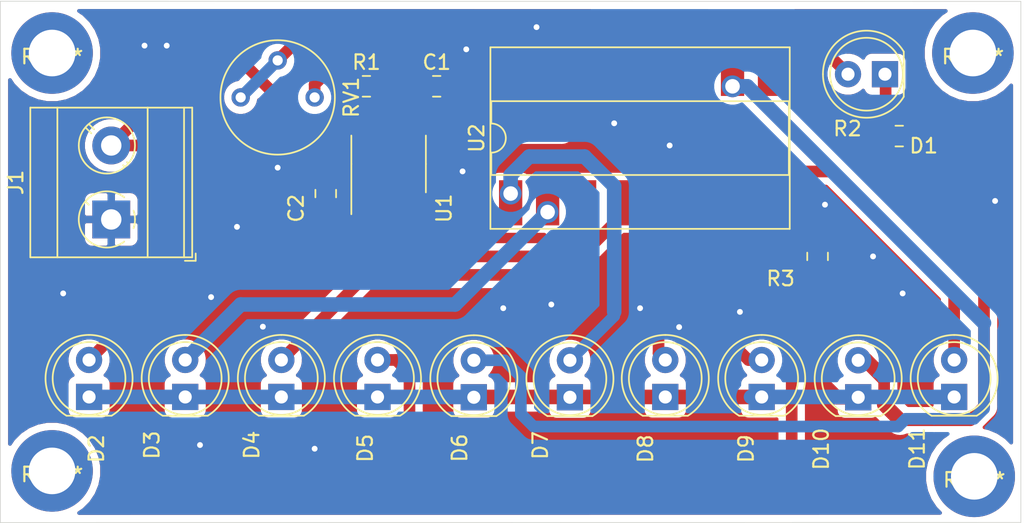
<source format=kicad_pcb>
(kicad_pcb (version 20171130) (host pcbnew "(5.1.6)-1")

  (general
    (thickness 1.6)
    (drawings 4)
    (tracks 145)
    (zones 0)
    (modules 24)
    (nets 20)
  )

  (page A4)
  (layers
    (0 F.Cu signal)
    (31 B.Cu signal)
    (32 B.Adhes user)
    (33 F.Adhes user)
    (34 B.Paste user)
    (35 F.Paste user)
    (36 B.SilkS user)
    (37 F.SilkS user)
    (38 B.Mask user)
    (39 F.Mask user)
    (40 Dwgs.User user)
    (41 Cmts.User user)
    (42 Eco1.User user)
    (43 Eco2.User user)
    (44 Edge.Cuts user)
    (45 Margin user)
    (46 B.CrtYd user)
    (47 F.CrtYd user)
    (48 B.Fab user)
    (49 F.Fab user)
  )

  (setup
    (last_trace_width 0.8)
    (user_trace_width 0.8)
    (user_trace_width 1)
    (user_trace_width 1.5)
    (user_trace_width 2)
    (trace_clearance 0.2)
    (zone_clearance 0.508)
    (zone_45_only no)
    (trace_min 0.2)
    (via_size 0.8)
    (via_drill 0.4)
    (via_min_size 0.4)
    (via_min_drill 0.3)
    (user_via 1 0.8)
    (user_via 1.5 1)
    (user_via 2 1.5)
    (uvia_size 0.3)
    (uvia_drill 0.1)
    (uvias_allowed no)
    (uvia_min_size 0.2)
    (uvia_min_drill 0.1)
    (edge_width 0.05)
    (segment_width 0.2)
    (pcb_text_width 0.3)
    (pcb_text_size 1.5 1.5)
    (mod_edge_width 0.12)
    (mod_text_size 1 1)
    (mod_text_width 0.15)
    (pad_size 1.524 1.524)
    (pad_drill 0.762)
    (pad_to_mask_clearance 0.05)
    (aux_axis_origin 0 0)
    (visible_elements FFFFFF7F)
    (pcbplotparams
      (layerselection 0x010fc_ffffffff)
      (usegerberextensions false)
      (usegerberattributes true)
      (usegerberadvancedattributes true)
      (creategerberjobfile true)
      (excludeedgelayer true)
      (linewidth 0.100000)
      (plotframeref false)
      (viasonmask false)
      (mode 1)
      (useauxorigin false)
      (hpglpennumber 1)
      (hpglpenspeed 20)
      (hpglpendiameter 15.000000)
      (psnegative false)
      (psa4output false)
      (plotreference true)
      (plotvalue true)
      (plotinvisibletext false)
      (padsonsilk false)
      (subtractmaskfromsilk false)
      (outputformat 1)
      (mirror false)
      (drillshape 1)
      (scaleselection 1)
      (outputdirectory ""))
  )

  (net 0 "")
  (net 1 GND)
  (net 2 "Net-(C1-Pad1)")
  (net 3 TH)
  (net 4 CLK)
  (net 5 "Net-(D1-Pad1)")
  (net 6 D11)
  (net 7 "Net-(D10-Pad1)")
  (net 8 D10)
  (net 9 D9)
  (net 10 D8)
  (net 11 D7)
  (net 12 D6)
  (net 13 D5)
  (net 14 D4)
  (net 15 D3)
  (net 16 D2)
  (net 17 VCC)
  (net 18 "Net-(R1-Pad2)")
  (net 19 "Net-(U2-Pad12)")

  (net_class Default "This is the default net class."
    (clearance 0.2)
    (trace_width 0.25)
    (via_dia 0.8)
    (via_drill 0.4)
    (uvia_dia 0.3)
    (uvia_drill 0.1)
    (add_net CLK)
    (add_net D10)
    (add_net D11)
    (add_net D2)
    (add_net D3)
    (add_net D4)
    (add_net D5)
    (add_net D6)
    (add_net D7)
    (add_net D8)
    (add_net D9)
    (add_net GND)
    (add_net "Net-(C1-Pad1)")
    (add_net "Net-(D1-Pad1)")
    (add_net "Net-(D10-Pad1)")
    (add_net "Net-(R1-Pad2)")
    (add_net "Net-(U2-Pad12)")
    (add_net TH)
    (add_net VCC)
  )

  (module MountingHole:MountingHole_3.2mm_M3_DIN965_Pad (layer F.Cu) (tedit 56D1B4CB) (tstamp 5FFACBB8)
    (at 163.16 80.89)
    (descr "Mounting Hole 3.2mm, M3, DIN965")
    (tags "mounting hole 3.2mm m3 din965")
    (attr virtual)
    (fp_text reference REF** (at 0 0.254) (layer F.SilkS)
      (effects (font (size 1 1) (thickness 0.15)))
    )
    (fp_text value MountingHole (at -7.874 1.016) (layer F.Fab)
      (effects (font (size 1 1) (thickness 0.15)))
    )
    (fp_circle (center 0 0) (end 2.8 0) (layer Cmts.User) (width 0.15))
    (fp_circle (center 0 0) (end 3.05 0) (layer F.CrtYd) (width 0.05))
    (fp_text user %R (at 0.3 0) (layer F.Fab)
      (effects (font (size 1 1) (thickness 0.15)))
    )
    (pad 1 thru_hole circle (at 0 0) (size 5.6 5.6) (drill 3.2) (layers *.Cu *.Mask))
  )

  (module MountingHole:MountingHole_3.2mm_M3_DIN965_Pad (layer F.Cu) (tedit 56D1B4CB) (tstamp 5FFACBB8)
    (at 163.068 51.816)
    (descr "Mounting Hole 3.2mm, M3, DIN965")
    (tags "mounting hole 3.2mm m3 din965")
    (attr virtual)
    (fp_text reference REF** (at 0 0.254) (layer F.SilkS)
      (effects (font (size 1 1) (thickness 0.15)))
    )
    (fp_text value MountingHole (at -7.112 -2.286) (layer F.Fab)
      (effects (font (size 1 1) (thickness 0.15)))
    )
    (fp_circle (center 0 0) (end 2.8 0) (layer Cmts.User) (width 0.15))
    (fp_circle (center 0 0) (end 3.05 0) (layer F.CrtYd) (width 0.05))
    (fp_text user %R (at 0.3 0) (layer F.Fab)
      (effects (font (size 1 1) (thickness 0.15)))
    )
    (pad 1 thru_hole circle (at 0 0) (size 5.6 5.6) (drill 3.2) (layers *.Cu *.Mask))
  )

  (module MountingHole:MountingHole_3.2mm_M3_DIN965_Pad (layer F.Cu) (tedit 56D1B4CB) (tstamp 5FFACBB8)
    (at 99.822 80.518)
    (descr "Mounting Hole 3.2mm, M3, DIN965")
    (tags "mounting hole 3.2mm m3 din965")
    (attr virtual)
    (fp_text reference REF** (at 0 0.254) (layer F.SilkS)
      (effects (font (size 1 1) (thickness 0.15)))
    )
    (fp_text value MountingHole (at 7.874 1.27) (layer F.Fab)
      (effects (font (size 1 1) (thickness 0.15)))
    )
    (fp_circle (center 0 0) (end 2.8 0) (layer Cmts.User) (width 0.15))
    (fp_circle (center 0 0) (end 3.05 0) (layer F.CrtYd) (width 0.05))
    (fp_text user %R (at 0.3 0) (layer F.Fab)
      (effects (font (size 1 1) (thickness 0.15)))
    )
    (pad 1 thru_hole circle (at 0 0) (size 5.6 5.6) (drill 3.2) (layers *.Cu *.Mask))
  )

  (module MountingHole:MountingHole_3.2mm_M3_DIN965_Pad (layer F.Cu) (tedit 56D1B4CB) (tstamp 5FFACBA1)
    (at 99.822 51.816)
    (descr "Mounting Hole 3.2mm, M3, DIN965")
    (tags "mounting hole 3.2mm m3 din965")
    (attr virtual)
    (fp_text reference REF** (at 0 0.254) (layer F.SilkS)
      (effects (font (size 1 1) (thickness 0.15)))
    )
    (fp_text value MountingHole (at 2.032 3.8) (layer F.Fab)
      (effects (font (size 1 1) (thickness 0.15)))
    )
    (fp_text user %R (at 0.3 0) (layer F.Fab)
      (effects (font (size 1 1) (thickness 0.15)))
    )
    (fp_circle (center 0 0) (end 2.8 0) (layer Cmts.User) (width 0.15))
    (fp_circle (center 0 0) (end 3.05 0) (layer F.CrtYd) (width 0.05))
    (pad 1 thru_hole circle (at 0 0) (size 5.6 5.6) (drill 3.2) (layers *.Cu *.Mask))
  )

  (module Potentiometer_THT:Potentiometer_Bourns_3339P_Vertical (layer F.Cu) (tedit 5A3D4993) (tstamp 5FFAA023)
    (at 112.776 54.864 270)
    (descr "Potentiometer, vertical, Bourns 3339P, http://www.bourns.com/docs/Product-Datasheets/3339.pdf")
    (tags "Potentiometer vertical Bourns 3339P")
    (path /5FFD234F)
    (fp_text reference RV1 (at 0 -7.6 90) (layer F.SilkS)
      (effects (font (size 1 1) (thickness 0.15)))
    )
    (fp_text value R_POT (at -5.842 1.27 180) (layer F.Fab)
      (effects (font (size 1 1) (thickness 0.15)))
    )
    (fp_line (start 4.1 -6.6) (end -4.1 -6.6) (layer F.CrtYd) (width 0.05))
    (fp_line (start 4.1 1.55) (end 4.1 -6.6) (layer F.CrtYd) (width 0.05))
    (fp_line (start -4.1 1.55) (end 4.1 1.55) (layer F.CrtYd) (width 0.05))
    (fp_line (start -4.1 -6.6) (end -4.1 1.55) (layer F.CrtYd) (width 0.05))
    (fp_line (start 0 -0.064) (end 0.001 -5.014) (layer F.Fab) (width 0.1))
    (fp_line (start 0 -0.064) (end 0.001 -5.014) (layer F.Fab) (width 0.1))
    (fp_circle (center 0 -2.54) (end 3.93 -2.54) (layer F.SilkS) (width 0.12))
    (fp_circle (center 0 -2.54) (end 2.5 -2.54) (layer F.Fab) (width 0.1))
    (fp_circle (center 0 -2.54) (end 3.81 -2.54) (layer F.Fab) (width 0.1))
    (fp_text user %R (at -3.018 -2.54) (layer F.Fab)
      (effects (font (size 0.66 0.66) (thickness 0.15)))
    )
    (pad 3 thru_hole circle (at 0 -5.08 270) (size 1.26 1.26) (drill 0.7) (layers *.Cu *.Mask)
      (net 18 "Net-(R1-Pad2)"))
    (pad 2 thru_hole circle (at -2.54 -2.54 270) (size 1.26 1.26) (drill 0.7) (layers *.Cu *.Mask)
      (net 3 TH))
    (pad 1 thru_hole circle (at 0 0 270) (size 1.26 1.26) (drill 0.7) (layers *.Cu *.Mask)
      (net 3 TH))
    (model ${KISYS3DMOD}/Potentiometer_THT.3dshapes/Potentiometer_Bourns_3339P_Vertical.wrl
      (at (xyz 0 0 0))
      (scale (xyz 1 1 1))
      (rotate (xyz 0 0 0))
    )
  )

  (module Capacitor_SMD:C_0805_2012Metric (layer F.Cu) (tedit 5B36C52B) (tstamp 5FFA9EDB)
    (at 126.238 54.102)
    (descr "Capacitor SMD 0805 (2012 Metric), square (rectangular) end terminal, IPC_7351 nominal, (Body size source: https://docs.google.com/spreadsheets/d/1BsfQQcO9C6DZCsRaXUlFlo91Tg2WpOkGARC1WS5S8t0/edit?usp=sharing), generated with kicad-footprint-generator")
    (tags capacitor)
    (path /5FFA7417)
    (attr smd)
    (fp_text reference C1 (at 0 -1.65) (layer F.SilkS)
      (effects (font (size 1 1) (thickness 0.15)))
    )
    (fp_text value C (at 0 1.65) (layer F.Fab)
      (effects (font (size 1 1) (thickness 0.15)))
    )
    (fp_text user %R (at 0 0) (layer F.Fab)
      (effects (font (size 0.5 0.5) (thickness 0.08)))
    )
    (fp_line (start -1 0.6) (end -1 -0.6) (layer F.Fab) (width 0.1))
    (fp_line (start -1 -0.6) (end 1 -0.6) (layer F.Fab) (width 0.1))
    (fp_line (start 1 -0.6) (end 1 0.6) (layer F.Fab) (width 0.1))
    (fp_line (start 1 0.6) (end -1 0.6) (layer F.Fab) (width 0.1))
    (fp_line (start -0.258578 -0.71) (end 0.258578 -0.71) (layer F.SilkS) (width 0.12))
    (fp_line (start -0.258578 0.71) (end 0.258578 0.71) (layer F.SilkS) (width 0.12))
    (fp_line (start -1.68 0.95) (end -1.68 -0.95) (layer F.CrtYd) (width 0.05))
    (fp_line (start -1.68 -0.95) (end 1.68 -0.95) (layer F.CrtYd) (width 0.05))
    (fp_line (start 1.68 -0.95) (end 1.68 0.95) (layer F.CrtYd) (width 0.05))
    (fp_line (start 1.68 0.95) (end -1.68 0.95) (layer F.CrtYd) (width 0.05))
    (pad 2 smd roundrect (at 0.9375 0) (size 0.975 1.4) (layers F.Cu F.Paste F.Mask) (roundrect_rratio 0.25)
      (net 1 GND))
    (pad 1 smd roundrect (at -0.9375 0) (size 0.975 1.4) (layers F.Cu F.Paste F.Mask) (roundrect_rratio 0.25)
      (net 2 "Net-(C1-Pad1)"))
    (model ${KISYS3DMOD}/Capacitor_SMD.3dshapes/C_0805_2012Metric.wrl
      (at (xyz 0 0 0))
      (scale (xyz 1 1 1))
      (rotate (xyz 0 0 0))
    )
  )

  (module Capacitor_SMD:C_0805_2012Metric (layer F.Cu) (tedit 5B36C52B) (tstamp 5FFA9EEC)
    (at 118.618 61.468 270)
    (descr "Capacitor SMD 0805 (2012 Metric), square (rectangular) end terminal, IPC_7351 nominal, (Body size source: https://docs.google.com/spreadsheets/d/1BsfQQcO9C6DZCsRaXUlFlo91Tg2WpOkGARC1WS5S8t0/edit?usp=sharing), generated with kicad-footprint-generator")
    (tags capacitor)
    (path /5FFA5D5D)
    (attr smd)
    (fp_text reference C2 (at 1.016 2.032 90) (layer F.SilkS)
      (effects (font (size 1 1) (thickness 0.15)))
    )
    (fp_text value C (at 0 1.65 90) (layer F.Fab)
      (effects (font (size 1 1) (thickness 0.15)))
    )
    (fp_line (start 1.68 0.95) (end -1.68 0.95) (layer F.CrtYd) (width 0.05))
    (fp_line (start 1.68 -0.95) (end 1.68 0.95) (layer F.CrtYd) (width 0.05))
    (fp_line (start -1.68 -0.95) (end 1.68 -0.95) (layer F.CrtYd) (width 0.05))
    (fp_line (start -1.68 0.95) (end -1.68 -0.95) (layer F.CrtYd) (width 0.05))
    (fp_line (start -0.258578 0.71) (end 0.258578 0.71) (layer F.SilkS) (width 0.12))
    (fp_line (start -0.258578 -0.71) (end 0.258578 -0.71) (layer F.SilkS) (width 0.12))
    (fp_line (start 1 0.6) (end -1 0.6) (layer F.Fab) (width 0.1))
    (fp_line (start 1 -0.6) (end 1 0.6) (layer F.Fab) (width 0.1))
    (fp_line (start -1 -0.6) (end 1 -0.6) (layer F.Fab) (width 0.1))
    (fp_line (start -1 0.6) (end -1 -0.6) (layer F.Fab) (width 0.1))
    (fp_text user %R (at 0 0 90) (layer F.Fab)
      (effects (font (size 0.5 0.5) (thickness 0.08)))
    )
    (pad 1 smd roundrect (at -0.9375 0 270) (size 0.975 1.4) (layers F.Cu F.Paste F.Mask) (roundrect_rratio 0.25)
      (net 3 TH))
    (pad 2 smd roundrect (at 0.9375 0 270) (size 0.975 1.4) (layers F.Cu F.Paste F.Mask) (roundrect_rratio 0.25)
      (net 1 GND))
    (model ${KISYS3DMOD}/Capacitor_SMD.3dshapes/C_0805_2012Metric.wrl
      (at (xyz 0 0 0))
      (scale (xyz 1 1 1))
      (rotate (xyz 0 0 0))
    )
  )

  (module LED_THT:LED_D5.0mm (layer F.Cu) (tedit 5995936A) (tstamp 5FFA9EFE)
    (at 157.03 53.27 180)
    (descr "LED, diameter 5.0mm, 2 pins, http://cdn-reichelt.de/documents/datenblatt/A500/LL-504BC2E-009.pdf")
    (tags "LED diameter 5.0mm 2 pins")
    (path /5FFEE52C)
    (fp_text reference D1 (at -2.658 -4.922) (layer F.SilkS)
      (effects (font (size 1 1) (thickness 0.15)))
    )
    (fp_text value LED (at 1.27 3.96) (layer F.Fab)
      (effects (font (size 1 1) (thickness 0.15)))
    )
    (fp_line (start 4.5 -3.25) (end -1.95 -3.25) (layer F.CrtYd) (width 0.05))
    (fp_line (start 4.5 3.25) (end 4.5 -3.25) (layer F.CrtYd) (width 0.05))
    (fp_line (start -1.95 3.25) (end 4.5 3.25) (layer F.CrtYd) (width 0.05))
    (fp_line (start -1.95 -3.25) (end -1.95 3.25) (layer F.CrtYd) (width 0.05))
    (fp_line (start -1.29 -1.545) (end -1.29 1.545) (layer F.SilkS) (width 0.12))
    (fp_line (start -1.23 -1.469694) (end -1.23 1.469694) (layer F.Fab) (width 0.1))
    (fp_circle (center 1.27 0) (end 3.77 0) (layer F.SilkS) (width 0.12))
    (fp_circle (center 1.27 0) (end 3.77 0) (layer F.Fab) (width 0.1))
    (fp_arc (start 1.27 0) (end -1.23 -1.469694) (angle 299.1) (layer F.Fab) (width 0.1))
    (fp_arc (start 1.27 0) (end -1.29 -1.54483) (angle 148.9) (layer F.SilkS) (width 0.12))
    (fp_arc (start 1.27 0) (end -1.29 1.54483) (angle -148.9) (layer F.SilkS) (width 0.12))
    (fp_text user %R (at 1.25 0) (layer F.Fab)
      (effects (font (size 0.8 0.8) (thickness 0.2)))
    )
    (pad 1 thru_hole rect (at 0 0 180) (size 1.8 1.8) (drill 0.9) (layers *.Cu *.Mask)
      (net 5 "Net-(D1-Pad1)"))
    (pad 2 thru_hole circle (at 2.54 0 180) (size 1.8 1.8) (drill 0.9) (layers *.Cu *.Mask)
      (net 4 CLK))
    (model ${KISYS3DMOD}/LED_THT.3dshapes/LED_D5.0mm.wrl
      (at (xyz 0 0 0))
      (scale (xyz 1 1 1))
      (rotate (xyz 0 0 0))
    )
  )

  (module LED_THT:LED_D5.0mm (layer F.Cu) (tedit 5995936A) (tstamp 5FFA9F10)
    (at 102.362 75.438 90)
    (descr "LED, diameter 5.0mm, 2 pins, http://cdn-reichelt.de/documents/datenblatt/A500/LL-504BC2E-009.pdf")
    (tags "LED diameter 5.0mm 2 pins")
    (path /5FFA3B68)
    (fp_text reference D2 (at -3.556 0.508 90) (layer F.SilkS)
      (effects (font (size 1 1) (thickness 0.15)))
    )
    (fp_text value LED (at 1.27 3.96 90) (layer F.Fab)
      (effects (font (size 1 1) (thickness 0.15)))
    )
    (fp_text user %R (at 1.25 0 90) (layer F.Fab)
      (effects (font (size 0.8 0.8) (thickness 0.2)))
    )
    (fp_arc (start 1.27 0) (end -1.29 1.54483) (angle -148.9) (layer F.SilkS) (width 0.12))
    (fp_arc (start 1.27 0) (end -1.29 -1.54483) (angle 148.9) (layer F.SilkS) (width 0.12))
    (fp_arc (start 1.27 0) (end -1.23 -1.469694) (angle 299.1) (layer F.Fab) (width 0.1))
    (fp_circle (center 1.27 0) (end 3.77 0) (layer F.Fab) (width 0.1))
    (fp_circle (center 1.27 0) (end 3.77 0) (layer F.SilkS) (width 0.12))
    (fp_line (start -1.23 -1.469694) (end -1.23 1.469694) (layer F.Fab) (width 0.1))
    (fp_line (start -1.29 -1.545) (end -1.29 1.545) (layer F.SilkS) (width 0.12))
    (fp_line (start -1.95 -3.25) (end -1.95 3.25) (layer F.CrtYd) (width 0.05))
    (fp_line (start -1.95 3.25) (end 4.5 3.25) (layer F.CrtYd) (width 0.05))
    (fp_line (start 4.5 3.25) (end 4.5 -3.25) (layer F.CrtYd) (width 0.05))
    (fp_line (start 4.5 -3.25) (end -1.95 -3.25) (layer F.CrtYd) (width 0.05))
    (pad 2 thru_hole circle (at 2.54 0 90) (size 1.8 1.8) (drill 0.9) (layers *.Cu *.Mask)
      (net 6 D11))
    (pad 1 thru_hole rect (at 0 0 90) (size 1.8 1.8) (drill 0.9) (layers *.Cu *.Mask)
      (net 7 "Net-(D10-Pad1)"))
    (model ${KISYS3DMOD}/LED_THT.3dshapes/LED_D5.0mm.wrl
      (at (xyz 0 0 0))
      (scale (xyz 1 1 1))
      (rotate (xyz 0 0 0))
    )
  )

  (module LED_THT:LED_D5.0mm (layer F.Cu) (tedit 5995936A) (tstamp 5FFA9F22)
    (at 108.966 75.438 90)
    (descr "LED, diameter 5.0mm, 2 pins, http://cdn-reichelt.de/documents/datenblatt/A500/LL-504BC2E-009.pdf")
    (tags "LED diameter 5.0mm 2 pins")
    (path /5FFA379D)
    (fp_text reference D3 (at -3.302 -2.286 90) (layer F.SilkS)
      (effects (font (size 1 1) (thickness 0.15)))
    )
    (fp_text value LED (at 1.27 3.96 90) (layer F.Fab)
      (effects (font (size 1 1) (thickness 0.15)))
    )
    (fp_line (start 4.5 -3.25) (end -1.95 -3.25) (layer F.CrtYd) (width 0.05))
    (fp_line (start 4.5 3.25) (end 4.5 -3.25) (layer F.CrtYd) (width 0.05))
    (fp_line (start -1.95 3.25) (end 4.5 3.25) (layer F.CrtYd) (width 0.05))
    (fp_line (start -1.95 -3.25) (end -1.95 3.25) (layer F.CrtYd) (width 0.05))
    (fp_line (start -1.29 -1.545) (end -1.29 1.545) (layer F.SilkS) (width 0.12))
    (fp_line (start -1.23 -1.469694) (end -1.23 1.469694) (layer F.Fab) (width 0.1))
    (fp_circle (center 1.27 0) (end 3.77 0) (layer F.SilkS) (width 0.12))
    (fp_circle (center 1.27 0) (end 3.77 0) (layer F.Fab) (width 0.1))
    (fp_arc (start 1.27 0) (end -1.23 -1.469694) (angle 299.1) (layer F.Fab) (width 0.1))
    (fp_arc (start 1.27 0) (end -1.29 -1.54483) (angle 148.9) (layer F.SilkS) (width 0.12))
    (fp_arc (start 1.27 0) (end -1.29 1.54483) (angle -148.9) (layer F.SilkS) (width 0.12))
    (fp_text user %R (at 1.25 0 90) (layer F.Fab)
      (effects (font (size 0.8 0.8) (thickness 0.2)))
    )
    (pad 1 thru_hole rect (at 0 0 90) (size 1.8 1.8) (drill 0.9) (layers *.Cu *.Mask)
      (net 7 "Net-(D10-Pad1)"))
    (pad 2 thru_hole circle (at 2.54 0 90) (size 1.8 1.8) (drill 0.9) (layers *.Cu *.Mask)
      (net 8 D10))
    (model ${KISYS3DMOD}/LED_THT.3dshapes/LED_D5.0mm.wrl
      (at (xyz 0 0 0))
      (scale (xyz 1 1 1))
      (rotate (xyz 0 0 0))
    )
  )

  (module LED_THT:LED_D5.0mm (layer F.Cu) (tedit 5995936A) (tstamp 5FFA9F34)
    (at 115.57 75.438 90)
    (descr "LED, diameter 5.0mm, 2 pins, http://cdn-reichelt.de/documents/datenblatt/A500/LL-504BC2E-009.pdf")
    (tags "LED diameter 5.0mm 2 pins")
    (path /5FFA488E)
    (fp_text reference D4 (at -3.302 -2.032 90) (layer F.SilkS)
      (effects (font (size 1 1) (thickness 0.15)))
    )
    (fp_text value LED (at 1.27 3.96 90) (layer F.Fab)
      (effects (font (size 1 1) (thickness 0.15)))
    )
    (fp_line (start 4.5 -3.25) (end -1.95 -3.25) (layer F.CrtYd) (width 0.05))
    (fp_line (start 4.5 3.25) (end 4.5 -3.25) (layer F.CrtYd) (width 0.05))
    (fp_line (start -1.95 3.25) (end 4.5 3.25) (layer F.CrtYd) (width 0.05))
    (fp_line (start -1.95 -3.25) (end -1.95 3.25) (layer F.CrtYd) (width 0.05))
    (fp_line (start -1.29 -1.545) (end -1.29 1.545) (layer F.SilkS) (width 0.12))
    (fp_line (start -1.23 -1.469694) (end -1.23 1.469694) (layer F.Fab) (width 0.1))
    (fp_circle (center 1.27 0) (end 3.77 0) (layer F.SilkS) (width 0.12))
    (fp_circle (center 1.27 0) (end 3.77 0) (layer F.Fab) (width 0.1))
    (fp_arc (start 1.27 0) (end -1.23 -1.469694) (angle 299.1) (layer F.Fab) (width 0.1))
    (fp_arc (start 1.27 0) (end -1.29 -1.54483) (angle 148.9) (layer F.SilkS) (width 0.12))
    (fp_arc (start 1.27 0) (end -1.29 1.54483) (angle -148.9) (layer F.SilkS) (width 0.12))
    (fp_text user %R (at 1.25 0 90) (layer F.Fab)
      (effects (font (size 0.8 0.8) (thickness 0.2)))
    )
    (pad 1 thru_hole rect (at 0 0 90) (size 1.8 1.8) (drill 0.9) (layers *.Cu *.Mask)
      (net 7 "Net-(D10-Pad1)"))
    (pad 2 thru_hole circle (at 2.54 0 90) (size 1.8 1.8) (drill 0.9) (layers *.Cu *.Mask)
      (net 9 D9))
    (model ${KISYS3DMOD}/LED_THT.3dshapes/LED_D5.0mm.wrl
      (at (xyz 0 0 0))
      (scale (xyz 1 1 1))
      (rotate (xyz 0 0 0))
    )
  )

  (module LED_THT:LED_D5.0mm (layer F.Cu) (tedit 5995936A) (tstamp 5FFA9F46)
    (at 122.174 75.438 90)
    (descr "LED, diameter 5.0mm, 2 pins, http://cdn-reichelt.de/documents/datenblatt/A500/LL-504BC2E-009.pdf")
    (tags "LED diameter 5.0mm 2 pins")
    (path /5FFA0FF3)
    (fp_text reference D5 (at -3.522 -0.844 90) (layer F.SilkS)
      (effects (font (size 1 1) (thickness 0.15)))
    )
    (fp_text value LED (at 1.27 3.96 90) (layer F.Fab)
      (effects (font (size 1 1) (thickness 0.15)))
    )
    (fp_line (start 4.5 -3.25) (end -1.95 -3.25) (layer F.CrtYd) (width 0.05))
    (fp_line (start 4.5 3.25) (end 4.5 -3.25) (layer F.CrtYd) (width 0.05))
    (fp_line (start -1.95 3.25) (end 4.5 3.25) (layer F.CrtYd) (width 0.05))
    (fp_line (start -1.95 -3.25) (end -1.95 3.25) (layer F.CrtYd) (width 0.05))
    (fp_line (start -1.29 -1.545) (end -1.29 1.545) (layer F.SilkS) (width 0.12))
    (fp_line (start -1.23 -1.469694) (end -1.23 1.469694) (layer F.Fab) (width 0.1))
    (fp_circle (center 1.27 0) (end 3.77 0) (layer F.SilkS) (width 0.12))
    (fp_circle (center 1.27 0) (end 3.77 0) (layer F.Fab) (width 0.1))
    (fp_arc (start 1.27 0) (end -1.23 -1.469694) (angle 299.1) (layer F.Fab) (width 0.1))
    (fp_arc (start 1.27 0) (end -1.29 -1.54483) (angle 148.9) (layer F.SilkS) (width 0.12))
    (fp_arc (start 1.27 0) (end -1.29 1.54483) (angle -148.9) (layer F.SilkS) (width 0.12))
    (fp_text user %R (at 1.25 0 90) (layer F.Fab)
      (effects (font (size 0.8 0.8) (thickness 0.2)))
    )
    (pad 1 thru_hole rect (at 0 0 90) (size 1.8 1.8) (drill 0.9) (layers *.Cu *.Mask)
      (net 7 "Net-(D10-Pad1)"))
    (pad 2 thru_hole circle (at 2.54 0 90) (size 1.8 1.8) (drill 0.9) (layers *.Cu *.Mask)
      (net 10 D8))
    (model ${KISYS3DMOD}/LED_THT.3dshapes/LED_D5.0mm.wrl
      (at (xyz 0 0 0))
      (scale (xyz 1 1 1))
      (rotate (xyz 0 0 0))
    )
  )

  (module LED_THT:LED_D5.0mm (layer F.Cu) (tedit 5995936A) (tstamp 5FFA9F58)
    (at 128.79 75.46 90)
    (descr "LED, diameter 5.0mm, 2 pins, http://cdn-reichelt.de/documents/datenblatt/A500/LL-504BC2E-009.pdf")
    (tags "LED diameter 5.0mm 2 pins")
    (path /5FFA071B)
    (fp_text reference D6 (at -3.482 -0.974 90) (layer F.SilkS)
      (effects (font (size 1 1) (thickness 0.15)))
    )
    (fp_text value LED (at 1.27 3.96 90) (layer F.Fab)
      (effects (font (size 1 1) (thickness 0.15)))
    )
    (fp_line (start 4.5 -3.25) (end -1.95 -3.25) (layer F.CrtYd) (width 0.05))
    (fp_line (start 4.5 3.25) (end 4.5 -3.25) (layer F.CrtYd) (width 0.05))
    (fp_line (start -1.95 3.25) (end 4.5 3.25) (layer F.CrtYd) (width 0.05))
    (fp_line (start -1.95 -3.25) (end -1.95 3.25) (layer F.CrtYd) (width 0.05))
    (fp_line (start -1.29 -1.545) (end -1.29 1.545) (layer F.SilkS) (width 0.12))
    (fp_line (start -1.23 -1.469694) (end -1.23 1.469694) (layer F.Fab) (width 0.1))
    (fp_circle (center 1.27 0) (end 3.77 0) (layer F.SilkS) (width 0.12))
    (fp_circle (center 1.27 0) (end 3.77 0) (layer F.Fab) (width 0.1))
    (fp_arc (start 1.27 0) (end -1.23 -1.469694) (angle 299.1) (layer F.Fab) (width 0.1))
    (fp_arc (start 1.27 0) (end -1.29 -1.54483) (angle 148.9) (layer F.SilkS) (width 0.12))
    (fp_arc (start 1.27 0) (end -1.29 1.54483) (angle -148.9) (layer F.SilkS) (width 0.12))
    (fp_text user %R (at 1.25 0 90) (layer F.Fab)
      (effects (font (size 0.8 0.8) (thickness 0.2)))
    )
    (pad 1 thru_hole rect (at 0 0 90) (size 1.8 1.8) (drill 0.9) (layers *.Cu *.Mask)
      (net 7 "Net-(D10-Pad1)"))
    (pad 2 thru_hole circle (at 2.54 0 90) (size 1.8 1.8) (drill 0.9) (layers *.Cu *.Mask)
      (net 11 D7))
    (model ${KISYS3DMOD}/LED_THT.3dshapes/LED_D5.0mm.wrl
      (at (xyz 0 0 0))
      (scale (xyz 1 1 1))
      (rotate (xyz 0 0 0))
    )
  )

  (module LED_THT:LED_D5.0mm (layer F.Cu) (tedit 5995936A) (tstamp 5FFA9F6A)
    (at 135.39 75.46 90)
    (descr "LED, diameter 5.0mm, 2 pins, http://cdn-reichelt.de/documents/datenblatt/A500/LL-504BC2E-009.pdf")
    (tags "LED diameter 5.0mm 2 pins")
    (path /5FFA319C)
    (fp_text reference D7 (at -3.302 -2.032 90) (layer F.SilkS)
      (effects (font (size 1 1) (thickness 0.15)))
    )
    (fp_text value LED (at 1.27 3.96 90) (layer F.Fab)
      (effects (font (size 1 1) (thickness 0.15)))
    )
    (fp_text user %R (at 1.25 0 90) (layer F.Fab)
      (effects (font (size 0.8 0.8) (thickness 0.2)))
    )
    (fp_arc (start 1.27 0) (end -1.29 1.54483) (angle -148.9) (layer F.SilkS) (width 0.12))
    (fp_arc (start 1.27 0) (end -1.29 -1.54483) (angle 148.9) (layer F.SilkS) (width 0.12))
    (fp_arc (start 1.27 0) (end -1.23 -1.469694) (angle 299.1) (layer F.Fab) (width 0.1))
    (fp_circle (center 1.27 0) (end 3.77 0) (layer F.Fab) (width 0.1))
    (fp_circle (center 1.27 0) (end 3.77 0) (layer F.SilkS) (width 0.12))
    (fp_line (start -1.23 -1.469694) (end -1.23 1.469694) (layer F.Fab) (width 0.1))
    (fp_line (start -1.29 -1.545) (end -1.29 1.545) (layer F.SilkS) (width 0.12))
    (fp_line (start -1.95 -3.25) (end -1.95 3.25) (layer F.CrtYd) (width 0.05))
    (fp_line (start -1.95 3.25) (end 4.5 3.25) (layer F.CrtYd) (width 0.05))
    (fp_line (start 4.5 3.25) (end 4.5 -3.25) (layer F.CrtYd) (width 0.05))
    (fp_line (start 4.5 -3.25) (end -1.95 -3.25) (layer F.CrtYd) (width 0.05))
    (pad 2 thru_hole circle (at 2.54 0 90) (size 1.8 1.8) (drill 0.9) (layers *.Cu *.Mask)
      (net 12 D6))
    (pad 1 thru_hole rect (at 0 0 90) (size 1.8 1.8) (drill 0.9) (layers *.Cu *.Mask)
      (net 7 "Net-(D10-Pad1)"))
    (model ${KISYS3DMOD}/LED_THT.3dshapes/LED_D5.0mm.wrl
      (at (xyz 0 0 0))
      (scale (xyz 1 1 1))
      (rotate (xyz 0 0 0))
    )
  )

  (module LED_THT:LED_D5.0mm (layer F.Cu) (tedit 5995936A) (tstamp 5FFA9F7C)
    (at 141.94 75.44 90)
    (descr "LED, diameter 5.0mm, 2 pins, http://cdn-reichelt.de/documents/datenblatt/A500/LL-504BC2E-009.pdf")
    (tags "LED diameter 5.0mm 2 pins")
    (path /5FFA152E)
    (fp_text reference D8 (at -3.556 -1.358 90) (layer F.SilkS)
      (effects (font (size 1 1) (thickness 0.15)))
    )
    (fp_text value LED (at 1.27 3.96 90) (layer F.Fab)
      (effects (font (size 1 1) (thickness 0.15)))
    )
    (fp_text user %R (at 1.25 0 90) (layer F.Fab)
      (effects (font (size 0.8 0.8) (thickness 0.2)))
    )
    (fp_arc (start 1.27 0) (end -1.29 1.54483) (angle -148.9) (layer F.SilkS) (width 0.12))
    (fp_arc (start 1.27 0) (end -1.29 -1.54483) (angle 148.9) (layer F.SilkS) (width 0.12))
    (fp_arc (start 1.27 0) (end -1.23 -1.469694) (angle 299.1) (layer F.Fab) (width 0.1))
    (fp_circle (center 1.27 0) (end 3.77 0) (layer F.Fab) (width 0.1))
    (fp_circle (center 1.27 0) (end 3.77 0) (layer F.SilkS) (width 0.12))
    (fp_line (start -1.23 -1.469694) (end -1.23 1.469694) (layer F.Fab) (width 0.1))
    (fp_line (start -1.29 -1.545) (end -1.29 1.545) (layer F.SilkS) (width 0.12))
    (fp_line (start -1.95 -3.25) (end -1.95 3.25) (layer F.CrtYd) (width 0.05))
    (fp_line (start -1.95 3.25) (end 4.5 3.25) (layer F.CrtYd) (width 0.05))
    (fp_line (start 4.5 3.25) (end 4.5 -3.25) (layer F.CrtYd) (width 0.05))
    (fp_line (start 4.5 -3.25) (end -1.95 -3.25) (layer F.CrtYd) (width 0.05))
    (pad 2 thru_hole circle (at 2.54 0 90) (size 1.8 1.8) (drill 0.9) (layers *.Cu *.Mask)
      (net 13 D5))
    (pad 1 thru_hole rect (at 0 0 90) (size 1.8 1.8) (drill 0.9) (layers *.Cu *.Mask)
      (net 7 "Net-(D10-Pad1)"))
    (model ${KISYS3DMOD}/LED_THT.3dshapes/LED_D5.0mm.wrl
      (at (xyz 0 0 0))
      (scale (xyz 1 1 1))
      (rotate (xyz 0 0 0))
    )
  )

  (module LED_THT:LED_D5.0mm (layer F.Cu) (tedit 5995936A) (tstamp 5FFA9F8E)
    (at 148.56 75.44 90)
    (descr "LED, diameter 5.0mm, 2 pins, http://cdn-reichelt.de/documents/datenblatt/A500/LL-504BC2E-009.pdf")
    (tags "LED diameter 5.0mm 2 pins")
    (path /5FFA0F20)
    (fp_text reference D9 (at -3.552 -1.068 90) (layer F.SilkS)
      (effects (font (size 1 1) (thickness 0.15)))
    )
    (fp_text value LED (at 1.27 3.96 90) (layer F.Fab)
      (effects (font (size 1 1) (thickness 0.15)))
    )
    (fp_text user %R (at 1.25 0 90) (layer F.Fab)
      (effects (font (size 0.8 0.8) (thickness 0.2)))
    )
    (fp_arc (start 1.27 0) (end -1.29 1.54483) (angle -148.9) (layer F.SilkS) (width 0.12))
    (fp_arc (start 1.27 0) (end -1.29 -1.54483) (angle 148.9) (layer F.SilkS) (width 0.12))
    (fp_arc (start 1.27 0) (end -1.23 -1.469694) (angle 299.1) (layer F.Fab) (width 0.1))
    (fp_circle (center 1.27 0) (end 3.77 0) (layer F.Fab) (width 0.1))
    (fp_circle (center 1.27 0) (end 3.77 0) (layer F.SilkS) (width 0.12))
    (fp_line (start -1.23 -1.469694) (end -1.23 1.469694) (layer F.Fab) (width 0.1))
    (fp_line (start -1.29 -1.545) (end -1.29 1.545) (layer F.SilkS) (width 0.12))
    (fp_line (start -1.95 -3.25) (end -1.95 3.25) (layer F.CrtYd) (width 0.05))
    (fp_line (start -1.95 3.25) (end 4.5 3.25) (layer F.CrtYd) (width 0.05))
    (fp_line (start 4.5 3.25) (end 4.5 -3.25) (layer F.CrtYd) (width 0.05))
    (fp_line (start 4.5 -3.25) (end -1.95 -3.25) (layer F.CrtYd) (width 0.05))
    (pad 2 thru_hole circle (at 2.54 0 90) (size 1.8 1.8) (drill 0.9) (layers *.Cu *.Mask)
      (net 14 D4))
    (pad 1 thru_hole rect (at 0 0 90) (size 1.8 1.8) (drill 0.9) (layers *.Cu *.Mask)
      (net 7 "Net-(D10-Pad1)"))
    (model ${KISYS3DMOD}/LED_THT.3dshapes/LED_D5.0mm.wrl
      (at (xyz 0 0 0))
      (scale (xyz 1 1 1))
      (rotate (xyz 0 0 0))
    )
  )

  (module LED_THT:LED_D5.0mm (layer F.Cu) (tedit 5995936A) (tstamp 5FFA9FA0)
    (at 155.19 75.46 90)
    (descr "LED, diameter 5.0mm, 2 pins, http://cdn-reichelt.de/documents/datenblatt/A500/LL-504BC2E-009.pdf")
    (tags "LED diameter 5.0mm 2 pins")
    (path /5FFA0A81)
    (fp_text reference D10 (at -3.556 -2.54 90) (layer F.SilkS)
      (effects (font (size 1 1) (thickness 0.15)))
    )
    (fp_text value LED (at 1.27 3.96 90) (layer F.Fab)
      (effects (font (size 1 1) (thickness 0.15)))
    )
    (fp_text user %R (at 1.25 0 90) (layer F.Fab)
      (effects (font (size 0.8 0.8) (thickness 0.2)))
    )
    (fp_arc (start 1.27 0) (end -1.29 1.54483) (angle -148.9) (layer F.SilkS) (width 0.12))
    (fp_arc (start 1.27 0) (end -1.29 -1.54483) (angle 148.9) (layer F.SilkS) (width 0.12))
    (fp_arc (start 1.27 0) (end -1.23 -1.469694) (angle 299.1) (layer F.Fab) (width 0.1))
    (fp_circle (center 1.27 0) (end 3.77 0) (layer F.Fab) (width 0.1))
    (fp_circle (center 1.27 0) (end 3.77 0) (layer F.SilkS) (width 0.12))
    (fp_line (start -1.23 -1.469694) (end -1.23 1.469694) (layer F.Fab) (width 0.1))
    (fp_line (start -1.29 -1.545) (end -1.29 1.545) (layer F.SilkS) (width 0.12))
    (fp_line (start -1.95 -3.25) (end -1.95 3.25) (layer F.CrtYd) (width 0.05))
    (fp_line (start -1.95 3.25) (end 4.5 3.25) (layer F.CrtYd) (width 0.05))
    (fp_line (start 4.5 3.25) (end 4.5 -3.25) (layer F.CrtYd) (width 0.05))
    (fp_line (start 4.5 -3.25) (end -1.95 -3.25) (layer F.CrtYd) (width 0.05))
    (pad 2 thru_hole circle (at 2.54 0 90) (size 1.8 1.8) (drill 0.9) (layers *.Cu *.Mask)
      (net 15 D3))
    (pad 1 thru_hole rect (at 0 0 90) (size 1.8 1.8) (drill 0.9) (layers *.Cu *.Mask)
      (net 7 "Net-(D10-Pad1)"))
    (model ${KISYS3DMOD}/LED_THT.3dshapes/LED_D5.0mm.wrl
      (at (xyz 0 0 0))
      (scale (xyz 1 1 1))
      (rotate (xyz 0 0 0))
    )
  )

  (module LED_THT:LED_D5.0mm (layer F.Cu) (tedit 5995936A) (tstamp 5FFA9FB2)
    (at 161.78 75.44 90)
    (descr "LED, diameter 5.0mm, 2 pins, http://cdn-reichelt.de/documents/datenblatt/A500/LL-504BC2E-009.pdf")
    (tags "LED diameter 5.0mm 2 pins")
    (path /5FFBB6E9)
    (fp_text reference D11 (at -3.556 -2.54 90) (layer F.SilkS)
      (effects (font (size 1 1) (thickness 0.15)))
    )
    (fp_text value LED (at 1.27 3.96 90) (layer F.Fab)
      (effects (font (size 1 1) (thickness 0.15)))
    )
    (fp_line (start 4.5 -3.25) (end -1.95 -3.25) (layer F.CrtYd) (width 0.05))
    (fp_line (start 4.5 3.25) (end 4.5 -3.25) (layer F.CrtYd) (width 0.05))
    (fp_line (start -1.95 3.25) (end 4.5 3.25) (layer F.CrtYd) (width 0.05))
    (fp_line (start -1.95 -3.25) (end -1.95 3.25) (layer F.CrtYd) (width 0.05))
    (fp_line (start -1.29 -1.545) (end -1.29 1.545) (layer F.SilkS) (width 0.12))
    (fp_line (start -1.23 -1.469694) (end -1.23 1.469694) (layer F.Fab) (width 0.1))
    (fp_circle (center 1.27 0) (end 3.77 0) (layer F.SilkS) (width 0.12))
    (fp_circle (center 1.27 0) (end 3.77 0) (layer F.Fab) (width 0.1))
    (fp_arc (start 1.27 0) (end -1.23 -1.469694) (angle 299.1) (layer F.Fab) (width 0.1))
    (fp_arc (start 1.27 0) (end -1.29 -1.54483) (angle 148.9) (layer F.SilkS) (width 0.12))
    (fp_arc (start 1.27 0) (end -1.29 1.54483) (angle -148.9) (layer F.SilkS) (width 0.12))
    (fp_text user %R (at 1.25 0 90) (layer F.Fab)
      (effects (font (size 0.8 0.8) (thickness 0.2)))
    )
    (pad 1 thru_hole rect (at 0 0 90) (size 1.8 1.8) (drill 0.9) (layers *.Cu *.Mask)
      (net 7 "Net-(D10-Pad1)"))
    (pad 2 thru_hole circle (at 2.54 0 90) (size 1.8 1.8) (drill 0.9) (layers *.Cu *.Mask)
      (net 16 D2))
    (model ${KISYS3DMOD}/LED_THT.3dshapes/LED_D5.0mm.wrl
      (at (xyz 0 0 0))
      (scale (xyz 1 1 1))
      (rotate (xyz 0 0 0))
    )
  )

  (module TerminalBlock_MetzConnect:TerminalBlock_MetzConnect_Type073_RT02602HBLU_1x02_P5.08mm_Horizontal (layer F.Cu) (tedit 5B294EA2) (tstamp 5FFA9FDF)
    (at 103.886 63.246 90)
    (descr "terminal block Metz Connect Type073_RT02602HBLU, 2 pins, pitch 5.08mm, size 10.2x11mm^2, drill diamater 1.4mm, pad diameter 2.6mm, see http://www.metz-connect.com/de/system/files/productfiles/Datenblatt_310731_RT026xxHBLU_OFF-022792U.pdf, script-generated using https://github.com/pointhi/kicad-footprint-generator/scripts/TerminalBlock_MetzConnect")
    (tags "THT terminal block Metz Connect Type073_RT02602HBLU pitch 5.08mm size 10.2x11mm^2 drill 1.4mm pad 2.6mm")
    (path /600576F7)
    (fp_text reference J1 (at 2.54 -6.56 90) (layer F.SilkS)
      (effects (font (size 1 1) (thickness 0.15)))
    )
    (fp_text value "power in" (at 2.54 6.56 90) (layer F.Fab)
      (effects (font (size 1 1) (thickness 0.15)))
    )
    (fp_line (start 8.13 -6) (end -3.04 -6) (layer F.CrtYd) (width 0.05))
    (fp_line (start 8.13 6) (end 8.13 -6) (layer F.CrtYd) (width 0.05))
    (fp_line (start -3.04 6) (end 8.13 6) (layer F.CrtYd) (width 0.05))
    (fp_line (start -3.04 -6) (end -3.04 6) (layer F.CrtYd) (width 0.05))
    (fp_line (start -2.84 5.8) (end -2.34 5.8) (layer F.SilkS) (width 0.12))
    (fp_line (start -2.84 5.06) (end -2.84 5.8) (layer F.SilkS) (width 0.12))
    (fp_line (start 3.724 0.821) (end 3.617 0.928) (layer F.SilkS) (width 0.12))
    (fp_line (start 6.309 -1.764) (end 5.918 -1.374) (layer F.SilkS) (width 0.12))
    (fp_line (start 3.933 1.083) (end 3.852 1.164) (layer F.SilkS) (width 0.12))
    (fp_line (start 6.544 -1.529) (end 6.194 -1.179) (layer F.SilkS) (width 0.12))
    (fp_line (start 6.194 -1.628) (end 3.753 0.814) (layer F.Fab) (width 0.1))
    (fp_line (start 6.408 -1.414) (end 3.967 1.027) (layer F.Fab) (width 0.1))
    (fp_line (start 1.229 -1.764) (end 1.013 -1.549) (layer F.SilkS) (width 0.12))
    (fp_line (start 1.114 -1.628) (end -1.328 0.814) (layer F.Fab) (width 0.1))
    (fp_line (start 1.328 -1.414) (end -1.114 1.027) (layer F.Fab) (width 0.1))
    (fp_line (start 7.68 -5.56) (end 7.68 5.56) (layer F.SilkS) (width 0.12))
    (fp_line (start -2.6 -5.56) (end -2.6 5.56) (layer F.SilkS) (width 0.12))
    (fp_line (start -2.6 5.56) (end 7.68 5.56) (layer F.SilkS) (width 0.12))
    (fp_line (start -2.6 -5.56) (end 7.68 -5.56) (layer F.SilkS) (width 0.12))
    (fp_line (start -2.6 -3.7) (end 7.68 -3.7) (layer F.SilkS) (width 0.12))
    (fp_line (start -2.54 -3.7) (end 7.62 -3.7) (layer F.Fab) (width 0.1))
    (fp_line (start -2.6 2.5) (end 7.68 2.5) (layer F.SilkS) (width 0.12))
    (fp_line (start -2.54 2.5) (end 7.62 2.5) (layer F.Fab) (width 0.1))
    (fp_line (start -2.6 5) (end 7.68 5) (layer F.SilkS) (width 0.12))
    (fp_line (start -2.54 5) (end 7.62 5) (layer F.Fab) (width 0.1))
    (fp_line (start -2.54 5) (end -2.54 -5.5) (layer F.Fab) (width 0.1))
    (fp_line (start -2.04 5.5) (end -2.54 5) (layer F.Fab) (width 0.1))
    (fp_line (start 7.62 5.5) (end -2.04 5.5) (layer F.Fab) (width 0.1))
    (fp_line (start 7.62 -5.5) (end 7.62 5.5) (layer F.Fab) (width 0.1))
    (fp_line (start -2.54 -5.5) (end 7.62 -5.5) (layer F.Fab) (width 0.1))
    (fp_circle (center 5.08 -0.3) (end 6.83 -0.3) (layer F.Fab) (width 0.1))
    (fp_circle (center 0 -0.3) (end 1.75 -0.3) (layer F.Fab) (width 0.1))
    (fp_arc (start 0 -0.3) (end 0 1.63) (angle -18) (layer F.SilkS) (width 0.12))
    (fp_arc (start 0 -0.3) (end 1.521 0.889) (angle -76) (layer F.SilkS) (width 0.12))
    (fp_arc (start 0 -0.3) (end 1.5 -1.515) (angle -102) (layer F.SilkS) (width 0.12))
    (fp_arc (start 0 -0.3) (end -1.521 -1.489) (angle -76) (layer F.SilkS) (width 0.12))
    (fp_arc (start 0 -0.3) (end -0.597 1.536) (angle -19) (layer F.SilkS) (width 0.12))
    (fp_arc (start 5.08 -0.3) (end 5.08 1.63) (angle -360) (layer F.SilkS) (width 0.12))
    (fp_text user %R (at 2.54 3.5 90) (layer F.Fab)
      (effects (font (size 1 1) (thickness 0.15)))
    )
    (pad 1 thru_hole rect (at 0 0 90) (size 2.6 2.6) (drill 1.4) (layers *.Cu *.Mask)
      (net 1 GND))
    (pad 2 thru_hole circle (at 5.08 0 90) (size 2.6 2.6) (drill 1.4) (layers *.Cu *.Mask)
      (net 17 VCC))
    (model ${KISYS3DMOD}/TerminalBlock_Phoenix.3dshapes/TerminalBlock_Phoenix_MKDS-1,5-2-5.08_1x02_P5.08mm_Horizontal.step
      (offset (xyz 5 0 0))
      (scale (xyz 1 1 1))
      (rotate (xyz 0 0 180))
    )
  )

  (module Resistor_SMD:R_0805_2012Metric (layer F.Cu) (tedit 5B36C52B) (tstamp 5FFA9FF0)
    (at 121.412 54.102)
    (descr "Resistor SMD 0805 (2012 Metric), square (rectangular) end terminal, IPC_7351 nominal, (Body size source: https://docs.google.com/spreadsheets/d/1BsfQQcO9C6DZCsRaXUlFlo91Tg2WpOkGARC1WS5S8t0/edit?usp=sharing), generated with kicad-footprint-generator")
    (tags resistor)
    (path /5FFA013C)
    (attr smd)
    (fp_text reference R1 (at 0 -1.65) (layer F.SilkS)
      (effects (font (size 1 1) (thickness 0.15)))
    )
    (fp_text value R (at 0 1.65) (layer F.Fab)
      (effects (font (size 1 1) (thickness 0.15)))
    )
    (fp_line (start 1.68 0.95) (end -1.68 0.95) (layer F.CrtYd) (width 0.05))
    (fp_line (start 1.68 -0.95) (end 1.68 0.95) (layer F.CrtYd) (width 0.05))
    (fp_line (start -1.68 -0.95) (end 1.68 -0.95) (layer F.CrtYd) (width 0.05))
    (fp_line (start -1.68 0.95) (end -1.68 -0.95) (layer F.CrtYd) (width 0.05))
    (fp_line (start -0.258578 0.71) (end 0.258578 0.71) (layer F.SilkS) (width 0.12))
    (fp_line (start -0.258578 -0.71) (end 0.258578 -0.71) (layer F.SilkS) (width 0.12))
    (fp_line (start 1 0.6) (end -1 0.6) (layer F.Fab) (width 0.1))
    (fp_line (start 1 -0.6) (end 1 0.6) (layer F.Fab) (width 0.1))
    (fp_line (start -1 -0.6) (end 1 -0.6) (layer F.Fab) (width 0.1))
    (fp_line (start -1 0.6) (end -1 -0.6) (layer F.Fab) (width 0.1))
    (fp_text user %R (at 0 0) (layer F.Fab)
      (effects (font (size 0.5 0.5) (thickness 0.08)))
    )
    (pad 1 smd roundrect (at -0.9375 0) (size 0.975 1.4) (layers F.Cu F.Paste F.Mask) (roundrect_rratio 0.25)
      (net 17 VCC))
    (pad 2 smd roundrect (at 0.9375 0) (size 0.975 1.4) (layers F.Cu F.Paste F.Mask) (roundrect_rratio 0.25)
      (net 18 "Net-(R1-Pad2)"))
    (model ${KISYS3DMOD}/Resistor_SMD.3dshapes/R_0805_2012Metric.wrl
      (at (xyz 0 0 0))
      (scale (xyz 1 1 1))
      (rotate (xyz 0 0 0))
    )
  )

  (module Resistor_SMD:R_0805_2012Metric (layer F.Cu) (tedit 5B36C52B) (tstamp 5FFAA001)
    (at 158.01 57.52)
    (descr "Resistor SMD 0805 (2012 Metric), square (rectangular) end terminal, IPC_7351 nominal, (Body size source: https://docs.google.com/spreadsheets/d/1BsfQQcO9C6DZCsRaXUlFlo91Tg2WpOkGARC1WS5S8t0/edit?usp=sharing), generated with kicad-footprint-generator")
    (tags resistor)
    (path /5FFA4C63)
    (attr smd)
    (fp_text reference R2 (at -3.556 -0.508) (layer F.SilkS)
      (effects (font (size 1 1) (thickness 0.15)))
    )
    (fp_text value R (at 0 1.65) (layer F.Fab)
      (effects (font (size 1 1) (thickness 0.15)))
    )
    (fp_text user %R (at 0 0) (layer F.Fab)
      (effects (font (size 0.5 0.5) (thickness 0.08)))
    )
    (fp_line (start -1 0.6) (end -1 -0.6) (layer F.Fab) (width 0.1))
    (fp_line (start -1 -0.6) (end 1 -0.6) (layer F.Fab) (width 0.1))
    (fp_line (start 1 -0.6) (end 1 0.6) (layer F.Fab) (width 0.1))
    (fp_line (start 1 0.6) (end -1 0.6) (layer F.Fab) (width 0.1))
    (fp_line (start -0.258578 -0.71) (end 0.258578 -0.71) (layer F.SilkS) (width 0.12))
    (fp_line (start -0.258578 0.71) (end 0.258578 0.71) (layer F.SilkS) (width 0.12))
    (fp_line (start -1.68 0.95) (end -1.68 -0.95) (layer F.CrtYd) (width 0.05))
    (fp_line (start -1.68 -0.95) (end 1.68 -0.95) (layer F.CrtYd) (width 0.05))
    (fp_line (start 1.68 -0.95) (end 1.68 0.95) (layer F.CrtYd) (width 0.05))
    (fp_line (start 1.68 0.95) (end -1.68 0.95) (layer F.CrtYd) (width 0.05))
    (pad 2 smd roundrect (at 0.9375 0) (size 0.975 1.4) (layers F.Cu F.Paste F.Mask) (roundrect_rratio 0.25)
      (net 1 GND))
    (pad 1 smd roundrect (at -0.9375 0) (size 0.975 1.4) (layers F.Cu F.Paste F.Mask) (roundrect_rratio 0.25)
      (net 5 "Net-(D1-Pad1)"))
    (model ${KISYS3DMOD}/Resistor_SMD.3dshapes/R_0805_2012Metric.wrl
      (at (xyz 0 0 0))
      (scale (xyz 1 1 1))
      (rotate (xyz 0 0 0))
    )
  )

  (module Resistor_SMD:R_0805_2012Metric (layer F.Cu) (tedit 5B36C52B) (tstamp 5FFAA012)
    (at 152.4 65.786 90)
    (descr "Resistor SMD 0805 (2012 Metric), square (rectangular) end terminal, IPC_7351 nominal, (Body size source: https://docs.google.com/spreadsheets/d/1BsfQQcO9C6DZCsRaXUlFlo91Tg2WpOkGARC1WS5S8t0/edit?usp=sharing), generated with kicad-footprint-generator")
    (tags resistor)
    (path /5FFA5698)
    (attr smd)
    (fp_text reference R3 (at -1.524 -2.54 180) (layer F.SilkS)
      (effects (font (size 1 1) (thickness 0.15)))
    )
    (fp_text value R (at 0 1.65 90) (layer F.Fab)
      (effects (font (size 1 1) (thickness 0.15)))
    )
    (fp_text user %R (at -1.27 1.524 90) (layer F.Fab)
      (effects (font (size 0.5 0.5) (thickness 0.08)))
    )
    (fp_line (start -1 0.6) (end -1 -0.6) (layer F.Fab) (width 0.1))
    (fp_line (start -1 -0.6) (end 1 -0.6) (layer F.Fab) (width 0.1))
    (fp_line (start 1 -0.6) (end 1 0.6) (layer F.Fab) (width 0.1))
    (fp_line (start 1 0.6) (end -1 0.6) (layer F.Fab) (width 0.1))
    (fp_line (start -0.258578 -0.71) (end 0.258578 -0.71) (layer F.SilkS) (width 0.12))
    (fp_line (start -0.258578 0.71) (end 0.258578 0.71) (layer F.SilkS) (width 0.12))
    (fp_line (start -1.68 0.95) (end -1.68 -0.95) (layer F.CrtYd) (width 0.05))
    (fp_line (start -1.68 -0.95) (end 1.68 -0.95) (layer F.CrtYd) (width 0.05))
    (fp_line (start 1.68 -0.95) (end 1.68 0.95) (layer F.CrtYd) (width 0.05))
    (fp_line (start 1.68 0.95) (end -1.68 0.95) (layer F.CrtYd) (width 0.05))
    (pad 2 smd roundrect (at 0.9375 0 90) (size 0.975 1.4) (layers F.Cu F.Paste F.Mask) (roundrect_rratio 0.25)
      (net 1 GND))
    (pad 1 smd roundrect (at -0.9375 0 90) (size 0.975 1.4) (layers F.Cu F.Paste F.Mask) (roundrect_rratio 0.25)
      (net 7 "Net-(D10-Pad1)"))
    (model ${KISYS3DMOD}/Resistor_SMD.3dshapes/R_0805_2012Metric.wrl
      (at (xyz 0 0 0))
      (scale (xyz 1 1 1))
      (rotate (xyz 0 0 0))
    )
  )

  (module Package_SO:SOIC-8_3.9x4.9mm_P1.27mm (layer F.Cu) (tedit 5D9F72B1) (tstamp 5FFAA03D)
    (at 122.936 59.436 90)
    (descr "SOIC, 8 Pin (JEDEC MS-012AA, https://www.analog.com/media/en/package-pcb-resources/package/pkg_pdf/soic_narrow-r/r_8.pdf), generated with kicad-footprint-generator ipc_gullwing_generator.py")
    (tags "SOIC SO")
    (path /5FFA1C33)
    (attr smd)
    (fp_text reference U1 (at -3.048 3.81 90) (layer F.SilkS)
      (effects (font (size 1 1) (thickness 0.15)))
    )
    (fp_text value NE555D (at 0 3.4 90) (layer F.Fab)
      (effects (font (size 1 1) (thickness 0.15)))
    )
    (fp_line (start 3.7 -2.7) (end -3.7 -2.7) (layer F.CrtYd) (width 0.05))
    (fp_line (start 3.7 2.7) (end 3.7 -2.7) (layer F.CrtYd) (width 0.05))
    (fp_line (start -3.7 2.7) (end 3.7 2.7) (layer F.CrtYd) (width 0.05))
    (fp_line (start -3.7 -2.7) (end -3.7 2.7) (layer F.CrtYd) (width 0.05))
    (fp_line (start -1.95 -1.475) (end -0.975 -2.45) (layer F.Fab) (width 0.1))
    (fp_line (start -1.95 2.45) (end -1.95 -1.475) (layer F.Fab) (width 0.1))
    (fp_line (start 1.95 2.45) (end -1.95 2.45) (layer F.Fab) (width 0.1))
    (fp_line (start 1.95 -2.45) (end 1.95 2.45) (layer F.Fab) (width 0.1))
    (fp_line (start -0.975 -2.45) (end 1.95 -2.45) (layer F.Fab) (width 0.1))
    (fp_line (start 0 -2.56) (end -3.45 -2.56) (layer F.SilkS) (width 0.12))
    (fp_line (start 0 -2.56) (end 1.95 -2.56) (layer F.SilkS) (width 0.12))
    (fp_line (start 0 2.56) (end -1.95 2.56) (layer F.SilkS) (width 0.12))
    (fp_line (start 0 2.56) (end 1.95 2.56) (layer F.SilkS) (width 0.12))
    (fp_text user %R (at 0 0 90) (layer F.Fab)
      (effects (font (size 0.98 0.98) (thickness 0.15)))
    )
    (pad 1 smd roundrect (at -2.475 -1.905 90) (size 1.95 0.6) (layers F.Cu F.Paste F.Mask) (roundrect_rratio 0.25)
      (net 1 GND))
    (pad 2 smd roundrect (at -2.475 -0.635 90) (size 1.95 0.6) (layers F.Cu F.Paste F.Mask) (roundrect_rratio 0.25)
      (net 3 TH))
    (pad 3 smd roundrect (at -2.475 0.635 90) (size 1.95 0.6) (layers F.Cu F.Paste F.Mask) (roundrect_rratio 0.25)
      (net 4 CLK))
    (pad 4 smd roundrect (at -2.475 1.905 90) (size 1.95 0.6) (layers F.Cu F.Paste F.Mask) (roundrect_rratio 0.25)
      (net 17 VCC))
    (pad 5 smd roundrect (at 2.475 1.905 90) (size 1.95 0.6) (layers F.Cu F.Paste F.Mask) (roundrect_rratio 0.25)
      (net 2 "Net-(C1-Pad1)"))
    (pad 6 smd roundrect (at 2.475 0.635 90) (size 1.95 0.6) (layers F.Cu F.Paste F.Mask) (roundrect_rratio 0.25)
      (net 3 TH))
    (pad 7 smd roundrect (at 2.475 -0.635 90) (size 1.95 0.6) (layers F.Cu F.Paste F.Mask) (roundrect_rratio 0.25)
      (net 18 "Net-(R1-Pad2)"))
    (pad 8 smd roundrect (at 2.475 -1.905 90) (size 1.95 0.6) (layers F.Cu F.Paste F.Mask) (roundrect_rratio 0.25)
      (net 17 VCC))
    (model ${KISYS3DMOD}/Package_SO.3dshapes/SOIC-8_3.9x4.9mm_P1.27mm.wrl
      (at (xyz 0 0 0))
      (scale (xyz 1 1 1))
      (rotate (xyz 0 0 0))
    )
  )

  (module Package_DIP:DIP-16_W8.89mm_SMDSocket_LongPads (layer F.Cu) (tedit 5A02E8C5) (tstamp 5FFAA069)
    (at 140.208 57.658 90)
    (descr "16-lead though-hole mounted DIP package, row spacing 8.89 mm (350 mils), SMDSocket, LongPads")
    (tags "THT DIP DIL PDIP 2.54mm 8.89mm 350mil SMDSocket LongPads")
    (path /5FFA26B6)
    (attr smd)
    (fp_text reference U2 (at 0 -11.22 90) (layer F.SilkS)
      (effects (font (size 1 1) (thickness 0.15)))
    )
    (fp_text value 4017 (at 0 11.22 90) (layer F.Fab)
      (effects (font (size 1 1) (thickness 0.15)))
    )
    (fp_line (start 6.25 -10.5) (end -6.25 -10.5) (layer F.CrtYd) (width 0.05))
    (fp_line (start 6.25 10.5) (end 6.25 -10.5) (layer F.CrtYd) (width 0.05))
    (fp_line (start -6.25 10.5) (end 6.25 10.5) (layer F.CrtYd) (width 0.05))
    (fp_line (start -6.25 -10.5) (end -6.25 10.5) (layer F.CrtYd) (width 0.05))
    (fp_line (start 6.235 -10.28) (end -6.235 -10.28) (layer F.SilkS) (width 0.12))
    (fp_line (start 6.235 10.28) (end 6.235 -10.28) (layer F.SilkS) (width 0.12))
    (fp_line (start -6.235 10.28) (end 6.235 10.28) (layer F.SilkS) (width 0.12))
    (fp_line (start -6.235 -10.28) (end -6.235 10.28) (layer F.SilkS) (width 0.12))
    (fp_line (start 2.535 -10.22) (end 1 -10.22) (layer F.SilkS) (width 0.12))
    (fp_line (start 2.535 10.22) (end 2.535 -10.22) (layer F.SilkS) (width 0.12))
    (fp_line (start -2.535 10.22) (end 2.535 10.22) (layer F.SilkS) (width 0.12))
    (fp_line (start -2.535 -10.22) (end -2.535 10.22) (layer F.SilkS) (width 0.12))
    (fp_line (start -1 -10.22) (end -2.535 -10.22) (layer F.SilkS) (width 0.12))
    (fp_line (start 5.08 -10.22) (end -5.08 -10.22) (layer F.Fab) (width 0.1))
    (fp_line (start 5.08 10.22) (end 5.08 -10.22) (layer F.Fab) (width 0.1))
    (fp_line (start -5.08 10.22) (end 5.08 10.22) (layer F.Fab) (width 0.1))
    (fp_line (start -5.08 -10.22) (end -5.08 10.22) (layer F.Fab) (width 0.1))
    (fp_line (start -3.175 -9.16) (end -2.175 -10.16) (layer F.Fab) (width 0.1))
    (fp_line (start -3.175 10.16) (end -3.175 -9.16) (layer F.Fab) (width 0.1))
    (fp_line (start 3.175 10.16) (end -3.175 10.16) (layer F.Fab) (width 0.1))
    (fp_line (start 3.175 -10.16) (end 3.175 10.16) (layer F.Fab) (width 0.1))
    (fp_line (start -2.175 -10.16) (end 3.175 -10.16) (layer F.Fab) (width 0.1))
    (fp_arc (start 0 -10.22) (end -1 -10.22) (angle -180) (layer F.SilkS) (width 0.12))
    (fp_text user %R (at 0 0 90) (layer F.Fab)
      (effects (font (size 1 1) (thickness 0.15)))
    )
    (pad 1 smd rect (at -4.445 -8.89 90) (size 3.1 1.6) (layers F.Cu F.Paste F.Mask)
      (net 12 D6))
    (pad 9 smd rect (at 4.445 8.89 90) (size 3.1 1.6) (layers F.Cu F.Paste F.Mask)
      (net 15 D3))
    (pad 2 smd rect (at -4.445 -6.35 90) (size 3.1 1.6) (layers F.Cu F.Paste F.Mask)
      (net 8 D10))
    (pad 10 smd rect (at 4.445 6.35 90) (size 3.1 1.6) (layers F.Cu F.Paste F.Mask)
      (net 11 D7))
    (pad 3 smd rect (at -4.445 -3.81 90) (size 3.1 1.6) (layers F.Cu F.Paste F.Mask)
      (net 6 D11))
    (pad 11 smd rect (at 4.445 3.81 90) (size 3.1 1.6) (layers F.Cu F.Paste F.Mask)
      (net 16 D2))
    (pad 4 smd rect (at -4.445 -1.27 90) (size 3.1 1.6) (layers F.Cu F.Paste F.Mask)
      (net 9 D9))
    (pad 12 smd rect (at 4.445 1.27 90) (size 3.1 1.6) (layers F.Cu F.Paste F.Mask)
      (net 19 "Net-(U2-Pad12)"))
    (pad 5 smd rect (at -4.445 1.27 90) (size 3.1 1.6) (layers F.Cu F.Paste F.Mask)
      (net 13 D5))
    (pad 13 smd rect (at 4.445 -1.27 90) (size 3.1 1.6) (layers F.Cu F.Paste F.Mask)
      (net 1 GND))
    (pad 6 smd rect (at -4.445 3.81 90) (size 3.1 1.6) (layers F.Cu F.Paste F.Mask)
      (net 14 D4))
    (pad 14 smd rect (at 4.445 -3.81 90) (size 3.1 1.6) (layers F.Cu F.Paste F.Mask)
      (net 4 CLK))
    (pad 7 smd rect (at -4.445 6.35 90) (size 3.1 1.6) (layers F.Cu F.Paste F.Mask)
      (net 10 D8))
    (pad 15 smd rect (at 4.445 -6.35 90) (size 3.1 1.6) (layers F.Cu F.Paste F.Mask)
      (net 1 GND))
    (pad 8 smd rect (at -4.445 8.89 90) (size 3.1 1.6) (layers F.Cu F.Paste F.Mask)
      (net 1 GND))
    (pad 16 smd rect (at 4.445 -8.89 90) (size 3.1 1.6) (layers F.Cu F.Paste F.Mask)
      (net 17 VCC))
    (model ${KISYS3DMOD}/Package_DIP.3dshapes/DIP-16_W8.89mm_SMDSocket.wrl
      (at (xyz 0 0 0))
      (scale (xyz 1 1 1))
      (rotate (xyz 0 0 0))
    )
  )

  (gr_line (start 96.27 48.26) (end 96.27 84.07) (layer Edge.Cuts) (width 0.05) (tstamp 5FFACFBC))
  (gr_line (start 166.36 48.27) (end 96.27 48.26) (layer Edge.Cuts) (width 0.05))
  (gr_line (start 166.36 84.06) (end 166.36 48.27) (layer Edge.Cuts) (width 0.05))
  (gr_line (start 96.27 84.07) (end 166.36 84.06) (layer Edge.Cuts) (width 0.05))

  (via (at 156.21 65.786) (size 0.8) (drill 0.4) (layers F.Cu B.Cu) (net 1))
  (via (at 164.592 61.976) (size 0.8) (drill 0.4) (layers F.Cu B.Cu) (net 1))
  (via (at 142.24 58.166) (size 0.8) (drill 0.4) (layers F.Cu B.Cu) (net 1))
  (via (at 134.112 69.088) (size 0.8) (drill 0.4) (layers F.Cu B.Cu) (net 1))
  (via (at 130.81 69.342) (size 0.8) (drill 0.4) (layers F.Cu B.Cu) (net 1))
  (via (at 100.584 68.326) (size 0.8) (drill 0.4) (layers F.Cu B.Cu) (net 1))
  (via (at 110.744 68.58) (size 0.8) (drill 0.4) (layers F.Cu B.Cu) (net 1))
  (via (at 112.522 63.754) (size 0.8) (drill 0.4) (layers F.Cu B.Cu) (net 1))
  (via (at 115.316 59.69) (size 0.8) (drill 0.4) (layers F.Cu B.Cu) (net 1))
  (via (at 107.696 51.308) (size 0.8) (drill 0.4) (layers F.Cu B.Cu) (net 1))
  (via (at 128.27 51.562) (size 0.8) (drill 0.4) (layers F.Cu B.Cu) (net 1))
  (via (at 133.096 50.038) (size 0.8) (drill 0.4) (layers F.Cu B.Cu) (net 1))
  (via (at 109.982 78.74) (size 0.8) (drill 0.4) (layers F.Cu B.Cu) (net 1))
  (via (at 117.856 78.994) (size 0.8) (drill 0.4) (layers F.Cu B.Cu) (net 1))
  (via (at 158.242 68.326) (size 0.8) (drill 0.4) (layers F.Cu B.Cu) (net 1))
  (via (at 152.908 62.23) (size 0.8) (drill 0.4) (layers F.Cu B.Cu) (net 1))
  (via (at 140.208 69.342) (size 0.8) (drill 0.4) (layers F.Cu B.Cu) (net 1))
  (via (at 147.066 69.596) (size 0.8) (drill 0.4) (layers F.Cu B.Cu) (net 1))
  (via (at 114.3 70.612) (size 0.8) (drill 0.4) (layers F.Cu B.Cu) (net 1))
  (via (at 138.43 56.642) (size 0.8) (drill 0.4) (layers F.Cu B.Cu) (net 1))
  (via (at 128.016 59.944) (size 0.8) (drill 0.4) (layers F.Cu B.Cu) (net 1))
  (via (at 106.172 51.308) (size 0.8) (drill 0.4) (layers F.Cu B.Cu) (net 1))
  (via (at 142.89 70.64) (size 0.8) (drill 0.4) (layers F.Cu B.Cu) (net 1))
  (via (at 133.858 62.738) (size 1.5) (drill 1) (layers F.Cu B.Cu) (net 8))
  (via (at 146.558 54.102) (size 1.5) (drill 1) (layers F.Cu B.Cu) (net 11))
  (via (at 131.318 61.468) (size 1.5) (drill 1) (layers F.Cu B.Cu) (net 12))
  (segment (start 124.841 54.5615) (end 125.3005 54.102) (width 0.8) (layer F.Cu) (net 2))
  (segment (start 124.841 56.961) (end 124.841 54.5615) (width 0.8) (layer F.Cu) (net 2))
  (segment (start 122.301 62.886) (end 122.301 61.911) (width 0.8) (layer F.Cu) (net 3))
  (segment (start 122.301 61.911) (end 122.301 59.563) (width 0.8) (layer F.Cu) (net 3))
  (segment (start 123.571 58.293) (end 123.571 56.961) (width 0.8) (layer F.Cu) (net 3))
  (segment (start 112.776 54.864) (end 115.316 52.324) (width 0.8) (layer B.Cu) (net 3))
  (segment (start 116.31601 51.32399) (end 122.44399 51.32399) (width 0.8) (layer F.Cu) (net 3))
  (segment (start 115.316 52.324) (end 116.31601 51.32399) (width 0.8) (layer F.Cu) (net 3))
  (segment (start 123.571 52.451) (end 123.571 56.961) (width 0.8) (layer F.Cu) (net 3))
  (segment (start 122.44399 51.32399) (end 123.571 52.451) (width 0.8) (layer F.Cu) (net 3))
  (segment (start 120.0935 59.055) (end 122.809 59.055) (width 0.8) (layer F.Cu) (net 3))
  (segment (start 122.301 59.563) (end 122.809 59.055) (width 0.8) (layer F.Cu) (net 3))
  (segment (start 118.618 60.5305) (end 120.0935 59.055) (width 0.8) (layer F.Cu) (net 3))
  (segment (start 122.809 59.055) (end 123.571 58.293) (width 0.8) (layer F.Cu) (net 3))
  (segment (start 123.571 61.911) (end 123.571 60.833) (width 0.8) (layer F.Cu) (net 4))
  (segment (start 123.571 60.833) (end 127.254 57.15) (width 0.8) (layer F.Cu) (net 4))
  (segment (start 136.398 55.563) (end 136.398 53.213) (width 0.8) (layer F.Cu) (net 4))
  (segment (start 134.811 57.15) (end 136.398 55.563) (width 0.8) (layer F.Cu) (net 4))
  (segment (start 127.254 57.15) (end 134.811 57.15) (width 0.8) (layer F.Cu) (net 4))
  (segment (start 136.398 50.663) (end 137.023 50.038) (width 1) (layer F.Cu) (net 4))
  (segment (start 136.398 53.213) (end 136.398 50.663) (width 1) (layer F.Cu) (net 4))
  (segment (start 137.023 50.038) (end 150.622 50.038) (width 1) (layer F.Cu) (net 4))
  (segment (start 150.622 50.038) (end 150.622 50.112) (width 0.8) (layer F.Cu) (net 4))
  (segment (start 151.258 50.038) (end 154.49 53.27) (width 0.8) (layer F.Cu) (net 4))
  (segment (start 150.622 50.038) (end 151.258 50.038) (width 0.8) (layer F.Cu) (net 4))
  (segment (start 157.0725 53.3125) (end 157.03 53.27) (width 0.8) (layer F.Cu) (net 5))
  (segment (start 157.0725 57.52) (end 157.0725 53.3125) (width 0.8) (layer F.Cu) (net 5))
  (segment (start 136.398 62.993002) (end 133.605002 65.786) (width 0.8) (layer F.Cu) (net 6))
  (segment (start 136.398 62.103) (end 136.398 62.993002) (width 0.8) (layer F.Cu) (net 6))
  (segment (start 109.474 65.786) (end 102.362 72.898) (width 0.8) (layer F.Cu) (net 6))
  (segment (start 133.605002 65.786) (end 109.474 65.786) (width 0.8) (layer F.Cu) (net 6))
  (segment (start 128.524 75.438) (end 147.828 75.438) (width 1) (layer F.Cu) (net 7))
  (segment (start 147.828 75.438) (end 161.036 75.438) (width 1) (layer B.Cu) (net 7))
  (segment (start 128.524 75.438) (end 102.362 75.438) (width 1) (layer B.Cu) (net 7))
  (segment (start 153.68 75.46) (end 155.19 75.46) (width 1) (layer F.Cu) (net 7))
  (segment (start 152.4 66.7235) (end 152.4 74.18) (width 1) (layer F.Cu) (net 7))
  (segment (start 152.4 74.18) (end 153.68 75.46) (width 1) (layer F.Cu) (net 7))
  (segment (start 133.858 62.738) (end 127.508 69.088) (width 1) (layer B.Cu) (net 8))
  (segment (start 112.776 69.088) (end 108.966 72.898) (width 1) (layer B.Cu) (net 8))
  (segment (start 127.508 69.088) (end 112.776 69.088) (width 1) (layer B.Cu) (net 8))
  (segment (start 121.412 67.056) (end 115.57 72.898) (width 0.8) (layer F.Cu) (net 9))
  (segment (start 134.875002 67.056) (end 121.412 67.056) (width 0.8) (layer F.Cu) (net 9))
  (segment (start 138.938 62.103) (end 138.938 62.993002) (width 0.8) (layer F.Cu) (net 9))
  (segment (start 138.938 62.993002) (end 134.875002 67.056) (width 0.8) (layer F.Cu) (net 9))
  (segment (start 146.558 67.056) (end 146.558 62.103) (width 0.8) (layer F.Cu) (net 10))
  (segment (start 150.622 71.12) (end 146.558 67.056) (width 0.8) (layer F.Cu) (net 10))
  (segment (start 150.622 78.994) (end 150.622 71.12) (width 0.8) (layer F.Cu) (net 10))
  (segment (start 150.114 79.502) (end 150.622 78.994) (width 0.8) (layer F.Cu) (net 10))
  (segment (start 124.37 78.27) (end 125.602 79.502) (width 0.8) (layer F.Cu) (net 10))
  (segment (start 125.602 79.502) (end 150.114 79.502) (width 0.8) (layer F.Cu) (net 10))
  (segment (start 122.174 72.898) (end 123.446792 72.898) (width 0.8) (layer F.Cu) (net 10))
  (segment (start 123.446792 72.898) (end 124.37 73.821208) (width 0.8) (layer F.Cu) (net 10))
  (segment (start 124.37 73.821208) (end 124.37 78.27) (width 0.8) (layer F.Cu) (net 10))
  (segment (start 147.574 54.102) (end 146.558 54.102) (width 1) (layer B.Cu) (net 11))
  (segment (start 163.83 70.358) (end 147.574 54.102) (width 1) (layer B.Cu) (net 11))
  (segment (start 128.864002 72.898) (end 128.524 72.898) (width 0.8) (layer B.Cu) (net 11))
  (segment (start 157.93 77.47) (end 158.461999 76.938001) (width 0.8) (layer B.Cu) (net 11))
  (segment (start 163.83 75.524002) (end 163.83 70.358) (width 0.8) (layer B.Cu) (net 11))
  (segment (start 130.9 72.92) (end 132.02 74.04) (width 0.8) (layer B.Cu) (net 11))
  (segment (start 132.02 74.04) (end 132.02 76.6) (width 0.8) (layer B.Cu) (net 11))
  (segment (start 128.79 72.92) (end 130.9 72.92) (width 0.8) (layer B.Cu) (net 11))
  (segment (start 132.02 76.6) (end 132.89 77.47) (width 0.8) (layer B.Cu) (net 11))
  (segment (start 132.89 77.47) (end 157.93 77.47) (width 0.8) (layer B.Cu) (net 11))
  (segment (start 160.399999 76.940001) (end 163.139999 76.940001) (width 0.8) (layer B.Cu) (net 11))
  (segment (start 158.461999 76.938001) (end 160.397999 76.938001) (width 0.8) (layer B.Cu) (net 11))
  (segment (start 160.397999 76.938001) (end 160.399999 76.940001) (width 0.8) (layer B.Cu) (net 11))
  (segment (start 163.83 76.25) (end 163.83 75.524002) (width 0.8) (layer B.Cu) (net 11))
  (segment (start 163.139999 76.940001) (end 163.83 76.25) (width 0.8) (layer B.Cu) (net 11))
  (segment (start 131.318 61.468) (end 131.318 60.198) (width 1) (layer B.Cu) (net 12))
  (segment (start 131.318 60.198) (end 132.588 58.928) (width 1) (layer B.Cu) (net 12))
  (segment (start 132.588 58.928) (end 136.398 58.928) (width 1) (layer B.Cu) (net 12))
  (segment (start 136.398 58.928) (end 138.43 60.96) (width 1) (layer B.Cu) (net 12))
  (segment (start 138.43 60.96) (end 138.43 69.596) (width 1) (layer B.Cu) (net 12))
  (segment (start 138.43 69.88) (end 138.43 69.596) (width 0.8) (layer B.Cu) (net 12))
  (segment (start 135.39 72.92) (end 138.43 69.88) (width 0.8) (layer B.Cu) (net 12))
  (segment (start 141.478 72.438) (end 141.94 72.9) (width 0.8) (layer F.Cu) (net 13))
  (segment (start 141.478 62.103) (end 141.478 72.438) (width 0.8) (layer F.Cu) (net 13))
  (segment (start 144.018 62.103) (end 144.018 69.268) (width 0.8) (layer F.Cu) (net 14))
  (segment (start 147.65 72.9) (end 148.56 72.9) (width 0.8) (layer F.Cu) (net 14))
  (segment (start 144.018 69.268) (end 147.65 72.9) (width 0.8) (layer F.Cu) (net 14))
  (segment (start 149.098 53.213) (end 149.098 53.34) (width 0.8) (layer F.Cu) (net 15))
  (segment (start 156.972 75.946) (end 156.972 74.165208) (width 0.8) (layer F.Cu) (net 15))
  (segment (start 156.972 75.946) (end 158.064001 77.038001) (width 1) (layer F.Cu) (net 15))
  (segment (start 149.098 53.594) (end 149.098 53.213) (width 0.8) (layer F.Cu) (net 15))
  (segment (start 163.83 68.326) (end 149.098 53.594) (width 0.8) (layer F.Cu) (net 15))
  (segment (start 158.064001 77.038001) (end 162.888001 77.038001) (width 0.8) (layer F.Cu) (net 15))
  (segment (start 163.83 76.096002) (end 163.83 68.326) (width 0.8) (layer F.Cu) (net 15))
  (segment (start 162.888001 77.038001) (end 163.83 76.096002) (width 0.8) (layer F.Cu) (net 15))
  (segment (start 155.726792 72.92) (end 155.19 72.92) (width 1) (layer F.Cu) (net 15))
  (segment (start 156.972 74.165208) (end 155.726792 72.92) (width 1) (layer F.Cu) (net 15))
  (segment (start 144.018 53.213) (end 144.018 52.578) (width 0.8) (layer F.Cu) (net 16))
  (segment (start 149.867997 59.952999) (end 144.018 54.103002) (width 0.8) (layer F.Cu) (net 16))
  (segment (start 144.018 54.103002) (end 144.018 53.213) (width 0.8) (layer F.Cu) (net 16))
  (segment (start 161.78 72.9) (end 161.78 68.308) (width 0.8) (layer F.Cu) (net 16))
  (segment (start 153.424999 59.952999) (end 149.867997 59.952999) (width 0.8) (layer F.Cu) (net 16))
  (segment (start 161.78 68.308) (end 153.424999 59.952999) (width 0.8) (layer F.Cu) (net 16))
  (segment (start 120.4745 56.4045) (end 121.031 56.961) (width 0.8) (layer F.Cu) (net 17))
  (segment (start 120.4745 54.102) (end 120.4745 56.4045) (width 0.8) (layer F.Cu) (net 17))
  (segment (start 112.014 50.038) (end 129.286 50.038) (width 0.8) (layer F.Cu) (net 17))
  (segment (start 131.318 52.07) (end 131.318 53.213) (width 0.8) (layer F.Cu) (net 17))
  (segment (start 129.286 50.038) (end 131.318 52.07) (width 0.8) (layer F.Cu) (net 17))
  (segment (start 109.474 52.578) (end 112.014 50.038) (width 0.8) (layer F.Cu) (net 17))
  (segment (start 103.886 58.166) (end 109.474 52.578) (width 0.8) (layer F.Cu) (net 17))
  (segment (start 117.602 57.15) (end 120.842 57.15) (width 0.8) (layer F.Cu) (net 17))
  (segment (start 109.474 52.578) (end 113.03 52.578) (width 0.8) (layer F.Cu) (net 17))
  (segment (start 120.842 57.15) (end 121.031 56.961) (width 0.8) (layer F.Cu) (net 17))
  (segment (start 113.03 52.578) (end 117.602 57.15) (width 0.8) (layer F.Cu) (net 17))
  (segment (start 124.841 63.63702) (end 124.841 61.911) (width 0.8) (layer F.Cu) (net 17))
  (segment (start 124.59201 63.88601) (end 124.841 63.63702) (width 0.8) (layer F.Cu) (net 17))
  (segment (start 115.44801 63.88601) (end 124.59201 63.88601) (width 0.8) (layer F.Cu) (net 17))
  (segment (start 103.886 58.166) (end 109.728 58.166) (width 0.8) (layer F.Cu) (net 17))
  (segment (start 109.728 58.166) (end 115.44801 63.88601) (width 0.8) (layer F.Cu) (net 17))
  (segment (start 117.856 53.973046) (end 119.505046 52.324) (width 0.8) (layer F.Cu) (net 18))
  (segment (start 117.856 54.864) (end 117.856 53.973046) (width 0.8) (layer F.Cu) (net 18))
  (segment (start 122.3495 53.402) (end 122.3495 54.102) (width 0.8) (layer F.Cu) (net 18))
  (segment (start 121.2715 52.324) (end 122.3495 53.402) (width 0.8) (layer F.Cu) (net 18))
  (segment (start 119.505046 52.324) (end 121.2715 52.324) (width 0.8) (layer F.Cu) (net 18))
  (segment (start 122.301 54.1505) (end 122.3495 54.102) (width 0.8) (layer F.Cu) (net 18))
  (segment (start 122.301 56.961) (end 122.301 54.1505) (width 0.8) (layer F.Cu) (net 18))

  (zone (net 1) (net_name GND) (layer F.Cu) (tstamp 0) (hatch edge 0.508)
    (connect_pads (clearance 0.508))
    (min_thickness 0.254)
    (fill yes (arc_segments 32) (thermal_gap 0.508) (thermal_bridge_width 0.508))
    (polygon
      (pts
        (xy 166.37 84.074) (xy 96.266 84.074) (xy 96.266 48.26) (xy 166.37 48.26)
      )
    )
    (filled_polygon
      (pts
        (xy 136.779548 48.925779) (xy 136.586553 48.984324) (xy 136.389377 49.089716) (xy 136.216551 49.231551) (xy 136.181004 49.274865)
        (xy 135.63486 49.821009) (xy 135.591552 49.856551) (xy 135.449717 50.029377) (xy 135.393384 50.13477) (xy 135.344324 50.226554)
        (xy 135.279423 50.440502) (xy 135.257509 50.663) (xy 135.263001 50.718761) (xy 135.263001 51.122043) (xy 135.243506 51.132463)
        (xy 135.146815 51.211815) (xy 135.128 51.234741) (xy 135.109185 51.211815) (xy 135.012494 51.132463) (xy 134.90218 51.073498)
        (xy 134.782482 51.037188) (xy 134.658 51.024928) (xy 134.14375 51.028) (xy 133.985 51.18675) (xy 133.985 53.086)
        (xy 134.005 53.086) (xy 134.005 53.34) (xy 133.985 53.34) (xy 133.985 55.23925) (xy 134.14375 55.398)
        (xy 134.658 55.401072) (xy 134.782482 55.388812) (xy 134.90218 55.352502) (xy 135.012494 55.293537) (xy 135.109185 55.214185)
        (xy 135.128 55.191259) (xy 135.146815 55.214185) (xy 135.221671 55.275618) (xy 134.38229 56.115) (xy 127.304835 56.115)
        (xy 127.254 56.109993) (xy 127.203165 56.115) (xy 127.203162 56.115) (xy 127.051105 56.129976) (xy 126.901415 56.175385)
        (xy 126.856006 56.189159) (xy 126.676202 56.285266) (xy 126.60494 56.34375) (xy 126.518604 56.414604) (xy 126.486197 56.454092)
        (xy 125.87027 57.070019) (xy 125.876 57.011838) (xy 125.876 55.374679) (xy 125.881709 55.372947) (xy 126.034164 55.291458)
        (xy 126.167792 55.181792) (xy 126.173008 55.175436) (xy 126.236815 55.253185) (xy 126.333506 55.332537) (xy 126.44382 55.391502)
        (xy 126.563518 55.427812) (xy 126.688 55.440072) (xy 126.88975 55.437) (xy 127.0485 55.27825) (xy 127.0485 54.229)
        (xy 127.3025 54.229) (xy 127.3025 55.27825) (xy 127.46125 55.437) (xy 127.663 55.440072) (xy 127.787482 55.427812)
        (xy 127.90718 55.391502) (xy 128.017494 55.332537) (xy 128.114185 55.253185) (xy 128.193537 55.156494) (xy 128.252502 55.04618)
        (xy 128.288812 54.926482) (xy 128.301072 54.802) (xy 128.298 54.38775) (xy 128.13925 54.229) (xy 127.3025 54.229)
        (xy 127.0485 54.229) (xy 127.0285 54.229) (xy 127.0285 53.975) (xy 127.0485 53.975) (xy 127.0485 52.92575)
        (xy 127.3025 52.92575) (xy 127.3025 53.975) (xy 128.13925 53.975) (xy 128.298 53.81625) (xy 128.301072 53.402)
        (xy 128.288812 53.277518) (xy 128.252502 53.15782) (xy 128.193537 53.047506) (xy 128.114185 52.950815) (xy 128.017494 52.871463)
        (xy 127.90718 52.812498) (xy 127.787482 52.776188) (xy 127.663 52.763928) (xy 127.46125 52.767) (xy 127.3025 52.92575)
        (xy 127.0485 52.92575) (xy 126.88975 52.767) (xy 126.688 52.763928) (xy 126.563518 52.776188) (xy 126.44382 52.812498)
        (xy 126.333506 52.871463) (xy 126.236815 52.950815) (xy 126.173008 53.028564) (xy 126.167792 53.022208) (xy 126.034164 52.912542)
        (xy 125.881709 52.831053) (xy 125.716285 52.780872) (xy 125.54425 52.763928) (xy 125.05675 52.763928) (xy 124.884715 52.780872)
        (xy 124.719291 52.831053) (xy 124.606 52.891608) (xy 124.606 52.501835) (xy 124.611007 52.451) (xy 124.603029 52.37)
        (xy 124.591024 52.248105) (xy 124.531841 52.053007) (xy 124.451013 51.901788) (xy 124.435734 51.873202) (xy 124.338803 51.755092)
        (xy 124.306396 51.715604) (xy 124.266908 51.683197) (xy 123.65671 51.073) (xy 128.85729 51.073) (xy 129.879928 52.095639)
        (xy 129.879928 54.763) (xy 129.892188 54.887482) (xy 129.928498 55.00718) (xy 129.987463 55.117494) (xy 130.066815 55.214185)
        (xy 130.163506 55.293537) (xy 130.27382 55.352502) (xy 130.393518 55.388812) (xy 130.518 55.401072) (xy 132.118 55.401072)
        (xy 132.242482 55.388812) (xy 132.36218 55.352502) (xy 132.472494 55.293537) (xy 132.569185 55.214185) (xy 132.588 55.191259)
        (xy 132.606815 55.214185) (xy 132.703506 55.293537) (xy 132.81382 55.352502) (xy 132.933518 55.388812) (xy 133.058 55.401072)
        (xy 133.57225 55.398) (xy 133.731 55.23925) (xy 133.731 53.34) (xy 133.711 53.34) (xy 133.711 53.086)
        (xy 133.731 53.086) (xy 133.731 51.18675) (xy 133.57225 51.028) (xy 133.058 51.024928) (xy 132.933518 51.037188)
        (xy 132.81382 51.073498) (xy 132.703506 51.132463) (xy 132.606815 51.211815) (xy 132.588 51.234741) (xy 132.569185 51.211815)
        (xy 132.472494 51.132463) (xy 132.36218 51.073498) (xy 132.242482 51.037188) (xy 132.118 51.024928) (xy 131.736639 51.024928)
        (xy 130.053807 49.342097) (xy 130.021396 49.302604) (xy 129.863797 49.173266) (xy 129.683993 49.077159) (xy 129.488895 49.017976)
        (xy 129.336838 49.003) (xy 129.336828 49.003) (xy 129.286 48.997994) (xy 129.235172 49.003) (xy 112.064827 49.003)
        (xy 112.013999 48.997994) (xy 111.963171 49.003) (xy 111.963162 49.003) (xy 111.811105 49.017976) (xy 111.616007 49.077159)
        (xy 111.592513 49.089717) (xy 111.436202 49.173266) (xy 111.365182 49.231551) (xy 111.278604 49.302604) (xy 111.246197 49.342092)
        (xy 108.778097 51.810193) (xy 108.738604 51.842604) (xy 108.706197 51.882092) (xy 104.310717 56.277573) (xy 104.076581 56.231)
        (xy 103.695419 56.231) (xy 103.321581 56.305361) (xy 102.969434 56.451225) (xy 102.652509 56.662987) (xy 102.382987 56.932509)
        (xy 102.171225 57.249434) (xy 102.025361 57.601581) (xy 101.951 57.975419) (xy 101.951 58.356581) (xy 102.025361 58.730419)
        (xy 102.171225 59.082566) (xy 102.382987 59.399491) (xy 102.652509 59.669013) (xy 102.969434 59.880775) (xy 103.321581 60.026639)
        (xy 103.695419 60.101) (xy 104.076581 60.101) (xy 104.450419 60.026639) (xy 104.802566 59.880775) (xy 105.119491 59.669013)
        (xy 105.389013 59.399491) (xy 105.52164 59.201) (xy 109.29929 59.201) (xy 114.680207 64.581918) (xy 114.712614 64.621406)
        (xy 114.752102 64.653813) (xy 114.870212 64.750744) (xy 114.870691 64.751) (xy 109.524835 64.751) (xy 109.474 64.745993)
        (xy 109.423165 64.751) (xy 109.423162 64.751) (xy 109.271105 64.765976) (xy 109.076007 64.825159) (xy 109.035426 64.84685)
        (xy 108.896202 64.921266) (xy 108.803695 64.997185) (xy 108.738604 65.050604) (xy 108.706197 65.090092) (xy 102.43329 71.363)
        (xy 102.210816 71.363) (xy 101.914257 71.421989) (xy 101.634905 71.537701) (xy 101.383495 71.705688) (xy 101.169688 71.919495)
        (xy 101.001701 72.170905) (xy 100.885989 72.450257) (xy 100.827 72.746816) (xy 100.827 73.049184) (xy 100.885989 73.345743)
        (xy 101.001701 73.625095) (xy 101.169688 73.876505) (xy 101.236127 73.942944) (xy 101.21782 73.948498) (xy 101.107506 74.007463)
        (xy 101.010815 74.086815) (xy 100.931463 74.183506) (xy 100.872498 74.29382) (xy 100.836188 74.413518) (xy 100.823928 74.538)
        (xy 100.823928 76.338) (xy 100.836188 76.462482) (xy 100.872498 76.58218) (xy 100.931463 76.692494) (xy 101.010815 76.789185)
        (xy 101.107506 76.868537) (xy 101.21782 76.927502) (xy 101.337518 76.963812) (xy 101.462 76.976072) (xy 103.262 76.976072)
        (xy 103.386482 76.963812) (xy 103.50618 76.927502) (xy 103.616494 76.868537) (xy 103.713185 76.789185) (xy 103.792537 76.692494)
        (xy 103.851502 76.58218) (xy 103.887812 76.462482) (xy 103.900072 76.338) (xy 103.900072 74.538) (xy 107.427928 74.538)
        (xy 107.427928 76.338) (xy 107.440188 76.462482) (xy 107.476498 76.58218) (xy 107.535463 76.692494) (xy 107.614815 76.789185)
        (xy 107.711506 76.868537) (xy 107.82182 76.927502) (xy 107.941518 76.963812) (xy 108.066 76.976072) (xy 109.866 76.976072)
        (xy 109.990482 76.963812) (xy 110.11018 76.927502) (xy 110.220494 76.868537) (xy 110.317185 76.789185) (xy 110.396537 76.692494)
        (xy 110.455502 76.58218) (xy 110.491812 76.462482) (xy 110.504072 76.338) (xy 110.504072 74.538) (xy 110.491812 74.413518)
        (xy 110.455502 74.29382) (xy 110.396537 74.183506) (xy 110.317185 74.086815) (xy 110.220494 74.007463) (xy 110.11018 73.948498)
        (xy 110.091873 73.942944) (xy 110.158312 73.876505) (xy 110.326299 73.625095) (xy 110.442011 73.345743) (xy 110.501 73.049184)
        (xy 110.501 72.746816) (xy 110.442011 72.450257) (xy 110.326299 72.170905) (xy 110.158312 71.919495) (xy 109.944505 71.705688)
        (xy 109.693095 71.537701) (xy 109.413743 71.421989) (xy 109.117184 71.363) (xy 108.814816 71.363) (xy 108.518257 71.421989)
        (xy 108.238905 71.537701) (xy 107.987495 71.705688) (xy 107.773688 71.919495) (xy 107.605701 72.170905) (xy 107.489989 72.450257)
        (xy 107.431 72.746816) (xy 107.431 73.049184) (xy 107.489989 73.345743) (xy 107.605701 73.625095) (xy 107.773688 73.876505)
        (xy 107.840127 73.942944) (xy 107.82182 73.948498) (xy 107.711506 74.007463) (xy 107.614815 74.086815) (xy 107.535463 74.183506)
        (xy 107.476498 74.29382) (xy 107.440188 74.413518) (xy 107.427928 74.538) (xy 103.900072 74.538) (xy 103.887812 74.413518)
        (xy 103.851502 74.29382) (xy 103.792537 74.183506) (xy 103.713185 74.086815) (xy 103.616494 74.007463) (xy 103.50618 73.948498)
        (xy 103.487873 73.942944) (xy 103.554312 73.876505) (xy 103.722299 73.625095) (xy 103.838011 73.345743) (xy 103.897 73.049184)
        (xy 103.897 72.82671) (xy 109.902711 66.821) (xy 120.183289 66.821) (xy 115.64129 71.363) (xy 115.418816 71.363)
        (xy 115.122257 71.421989) (xy 114.842905 71.537701) (xy 114.591495 71.705688) (xy 114.377688 71.919495) (xy 114.209701 72.170905)
        (xy 114.093989 72.450257) (xy 114.035 72.746816) (xy 114.035 73.049184) (xy 114.093989 73.345743) (xy 114.209701 73.625095)
        (xy 114.377688 73.876505) (xy 114.444127 73.942944) (xy 114.42582 73.948498) (xy 114.315506 74.007463) (xy 114.218815 74.086815)
        (xy 114.139463 74.183506) (xy 114.080498 74.29382) (xy 114.044188 74.413518) (xy 114.031928 74.538) (xy 114.031928 76.338)
        (xy 114.044188 76.462482) (xy 114.080498 76.58218) (xy 114.139463 76.692494) (xy 114.218815 76.789185) (xy 114.315506 76.868537)
        (xy 114.42582 76.927502) (xy 114.545518 76.963812) (xy 114.67 76.976072) (xy 116.47 76.976072) (xy 116.594482 76.963812)
        (xy 116.71418 76.927502) (xy 116.824494 76.868537) (xy 116.921185 76.789185) (xy 117.000537 76.692494) (xy 117.059502 76.58218)
        (xy 117.095812 76.462482) (xy 117.108072 76.338) (xy 117.108072 74.538) (xy 117.095812 74.413518) (xy 117.059502 74.29382)
        (xy 117.000537 74.183506) (xy 116.921185 74.086815) (xy 116.824494 74.007463) (xy 116.71418 73.948498) (xy 116.695873 73.942944)
        (xy 116.762312 73.876505) (xy 116.930299 73.625095) (xy 117.046011 73.345743) (xy 117.105 73.049184) (xy 117.105 72.82671)
        (xy 121.840711 68.091) (xy 134.824174 68.091) (xy 134.875002 68.096006) (xy 134.92583 68.091) (xy 134.92584 68.091)
        (xy 135.077897 68.076024) (xy 135.272995 68.016841) (xy 135.452799 67.920734) (xy 135.610398 67.791396) (xy 135.642809 67.751903)
        (xy 139.103641 64.291072) (xy 139.738 64.291072) (xy 139.862482 64.278812) (xy 139.98218 64.242502) (xy 140.092494 64.183537)
        (xy 140.189185 64.104185) (xy 140.208 64.081259) (xy 140.226815 64.104185) (xy 140.323506 64.183537) (xy 140.43382 64.242502)
        (xy 140.443 64.245287) (xy 140.443001 72.557771) (xy 140.405 72.748816) (xy 140.405 73.051184) (xy 140.463989 73.347743)
        (xy 140.579701 73.627095) (xy 140.747688 73.878505) (xy 140.814127 73.944944) (xy 140.79582 73.950498) (xy 140.685506 74.009463)
        (xy 140.588815 74.088815) (xy 140.509463 74.185506) (xy 140.450498 74.29582) (xy 140.44832 74.303) (xy 136.872649 74.303)
        (xy 136.820537 74.205506) (xy 136.741185 74.108815) (xy 136.644494 74.029463) (xy 136.53418 73.970498) (xy 136.515873 73.964944)
        (xy 136.582312 73.898505) (xy 136.750299 73.647095) (xy 136.866011 73.367743) (xy 136.925 73.071184) (xy 136.925 72.768816)
        (xy 136.866011 72.472257) (xy 136.750299 72.192905) (xy 136.582312 71.941495) (xy 136.368505 71.727688) (xy 136.117095 71.559701)
        (xy 135.837743 71.443989) (xy 135.541184 71.385) (xy 135.238816 71.385) (xy 134.942257 71.443989) (xy 134.662905 71.559701)
        (xy 134.411495 71.727688) (xy 134.197688 71.941495) (xy 134.029701 72.192905) (xy 133.913989 72.472257) (xy 133.855 72.768816)
        (xy 133.855 73.071184) (xy 133.913989 73.367743) (xy 134.029701 73.647095) (xy 134.197688 73.898505) (xy 134.264127 73.964944)
        (xy 134.24582 73.970498) (xy 134.135506 74.029463) (xy 134.038815 74.108815) (xy 133.959463 74.205506) (xy 133.907351 74.303)
        (xy 130.272649 74.303) (xy 130.220537 74.205506) (xy 130.141185 74.108815) (xy 130.044494 74.029463) (xy 129.93418 73.970498)
        (xy 129.915873 73.964944) (xy 129.982312 73.898505) (xy 130.150299 73.647095) (xy 130.266011 73.367743) (xy 130.325 73.071184)
        (xy 130.325 72.768816) (xy 130.266011 72.472257) (xy 130.150299 72.192905) (xy 129.982312 71.941495) (xy 129.768505 71.727688)
        (xy 129.517095 71.559701) (xy 129.237743 71.443989) (xy 128.941184 71.385) (xy 128.638816 71.385) (xy 128.342257 71.443989)
        (xy 128.062905 71.559701) (xy 127.811495 71.727688) (xy 127.597688 71.941495) (xy 127.429701 72.192905) (xy 127.313989 72.472257)
        (xy 127.255 72.768816) (xy 127.255 73.071184) (xy 127.313989 73.367743) (xy 127.429701 73.647095) (xy 127.597688 73.898505)
        (xy 127.664127 73.964944) (xy 127.64582 73.970498) (xy 127.535506 74.029463) (xy 127.438815 74.108815) (xy 127.359463 74.205506)
        (xy 127.300498 74.31582) (xy 127.264188 74.435518) (xy 127.251928 74.56) (xy 127.251928 76.36) (xy 127.264188 76.484482)
        (xy 127.300498 76.60418) (xy 127.359463 76.714494) (xy 127.438815 76.811185) (xy 127.535506 76.890537) (xy 127.64582 76.949502)
        (xy 127.765518 76.985812) (xy 127.89 76.998072) (xy 129.69 76.998072) (xy 129.814482 76.985812) (xy 129.93418 76.949502)
        (xy 130.044494 76.890537) (xy 130.141185 76.811185) (xy 130.220537 76.714494) (xy 130.279502 76.60418) (xy 130.28896 76.573)
        (xy 133.89104 76.573) (xy 133.900498 76.60418) (xy 133.959463 76.714494) (xy 134.038815 76.811185) (xy 134.135506 76.890537)
        (xy 134.24582 76.949502) (xy 134.365518 76.985812) (xy 134.49 76.998072) (xy 136.29 76.998072) (xy 136.414482 76.985812)
        (xy 136.53418 76.949502) (xy 136.644494 76.890537) (xy 136.741185 76.811185) (xy 136.820537 76.714494) (xy 136.879502 76.60418)
        (xy 136.88896 76.573) (xy 140.447107 76.573) (xy 140.450498 76.58418) (xy 140.509463 76.694494) (xy 140.588815 76.791185)
        (xy 140.685506 76.870537) (xy 140.79582 76.929502) (xy 140.915518 76.965812) (xy 141.04 76.978072) (xy 142.84 76.978072)
        (xy 142.964482 76.965812) (xy 143.08418 76.929502) (xy 143.194494 76.870537) (xy 143.291185 76.791185) (xy 143.370537 76.694494)
        (xy 143.429502 76.58418) (xy 143.432893 76.573) (xy 147.067107 76.573) (xy 147.070498 76.58418) (xy 147.129463 76.694494)
        (xy 147.208815 76.791185) (xy 147.305506 76.870537) (xy 147.41582 76.929502) (xy 147.535518 76.965812) (xy 147.66 76.978072)
        (xy 149.46 76.978072) (xy 149.584482 76.965812) (xy 149.587 76.965048) (xy 149.587 78.467) (xy 126.030711 78.467)
        (xy 125.405 77.84129) (xy 125.405 73.872035) (xy 125.410006 73.821207) (xy 125.405 73.770379) (xy 125.405 73.77037)
        (xy 125.390024 73.618313) (xy 125.330841 73.423215) (xy 125.26284 73.295993) (xy 125.234734 73.24341) (xy 125.137803 73.1253)
        (xy 125.105396 73.085812) (xy 125.065908 73.053405) (xy 124.214599 72.202097) (xy 124.182188 72.162604) (xy 124.024589 72.033266)
        (xy 123.844785 71.937159) (xy 123.649687 71.877976) (xy 123.49763 71.863) (xy 123.49762 71.863) (xy 123.446792 71.857994)
        (xy 123.395964 71.863) (xy 123.309817 71.863) (xy 123.152505 71.705688) (xy 122.901095 71.537701) (xy 122.621743 71.421989)
        (xy 122.325184 71.363) (xy 122.022816 71.363) (xy 121.726257 71.421989) (xy 121.446905 71.537701) (xy 121.195495 71.705688)
        (xy 120.981688 71.919495) (xy 120.813701 72.170905) (xy 120.697989 72.450257) (xy 120.639 72.746816) (xy 120.639 73.049184)
        (xy 120.697989 73.345743) (xy 120.813701 73.625095) (xy 120.981688 73.876505) (xy 121.048127 73.942944) (xy 121.02982 73.948498)
        (xy 120.919506 74.007463) (xy 120.822815 74.086815) (xy 120.743463 74.183506) (xy 120.684498 74.29382) (xy 120.648188 74.413518)
        (xy 120.635928 74.538) (xy 120.635928 76.338) (xy 120.648188 76.462482) (xy 120.684498 76.58218) (xy 120.743463 76.692494)
        (xy 120.822815 76.789185) (xy 120.919506 76.868537) (xy 121.02982 76.927502) (xy 121.149518 76.963812) (xy 121.274 76.976072)
        (xy 123.074 76.976072) (xy 123.198482 76.963812) (xy 123.31818 76.927502) (xy 123.335001 76.918511) (xy 123.335001 78.219162)
        (xy 123.329994 78.27) (xy 123.349977 78.472895) (xy 123.40916 78.667993) (xy 123.505266 78.847797) (xy 123.602197 78.965907)
        (xy 123.634605 79.005396) (xy 123.674092 79.037802) (xy 124.834197 80.197908) (xy 124.866604 80.237396) (xy 124.906092 80.269803)
        (xy 125.024202 80.366734) (xy 125.120309 80.418104) (xy 125.204007 80.462841) (xy 125.399105 80.522024) (xy 125.551162 80.537)
        (xy 125.551171 80.537) (xy 125.601999 80.542006) (xy 125.652827 80.537) (xy 150.063172 80.537) (xy 150.114 80.542006)
        (xy 150.164828 80.537) (xy 150.164838 80.537) (xy 150.316895 80.522024) (xy 150.511993 80.462841) (xy 150.691797 80.366734)
        (xy 150.849396 80.237396) (xy 150.881807 80.197903) (xy 151.317903 79.761807) (xy 151.357396 79.729396) (xy 151.486734 79.571797)
        (xy 151.582841 79.391993) (xy 151.642024 79.196895) (xy 151.657 79.044838) (xy 151.657 79.044829) (xy 151.662006 78.994001)
        (xy 151.657 78.943173) (xy 151.657 74.268131) (xy 153.651928 76.26306) (xy 153.651928 76.36) (xy 153.664188 76.484482)
        (xy 153.700498 76.60418) (xy 153.759463 76.714494) (xy 153.838815 76.811185) (xy 153.935506 76.890537) (xy 154.04582 76.949502)
        (xy 154.165518 76.985812) (xy 154.29 76.998072) (xy 156.09 76.998072) (xy 156.214482 76.985812) (xy 156.33418 76.949502)
        (xy 156.357764 76.936896) (xy 157.300857 77.87999) (xy 157.430378 77.986285) (xy 157.627554 78.091677) (xy 157.841502 78.156578)
        (xy 158.064001 78.178492) (xy 158.2865 78.156578) (xy 158.500448 78.091677) (xy 158.535389 78.073001) (xy 161.193101 78.073001)
        (xy 160.970315 78.221862) (xy 160.491862 78.700315) (xy 160.115943 79.262918) (xy 159.857006 79.888048) (xy 159.725 80.551682)
        (xy 159.725 81.228318) (xy 159.857006 81.891952) (xy 160.115943 82.517082) (xy 160.491862 83.079685) (xy 160.812969 83.400792)
        (xy 101.677806 83.409229) (xy 102.011685 83.186138) (xy 102.490138 82.707685) (xy 102.866057 82.145082) (xy 103.124994 81.519952)
        (xy 103.257 80.856318) (xy 103.257 80.179682) (xy 103.124994 79.516048) (xy 102.866057 78.890918) (xy 102.490138 78.328315)
        (xy 102.011685 77.849862) (xy 101.449082 77.473943) (xy 100.823952 77.215006) (xy 100.160318 77.083) (xy 99.483682 77.083)
        (xy 98.820048 77.215006) (xy 98.194918 77.473943) (xy 97.632315 77.849862) (xy 97.153862 78.328315) (xy 96.93 78.663348)
        (xy 96.93 64.546) (xy 101.947928 64.546) (xy 101.960188 64.670482) (xy 101.996498 64.79018) (xy 102.055463 64.900494)
        (xy 102.134815 64.997185) (xy 102.231506 65.076537) (xy 102.34182 65.135502) (xy 102.461518 65.171812) (xy 102.586 65.184072)
        (xy 103.60025 65.181) (xy 103.759 65.02225) (xy 103.759 63.373) (xy 104.013 63.373) (xy 104.013 65.02225)
        (xy 104.17175 65.181) (xy 105.186 65.184072) (xy 105.310482 65.171812) (xy 105.43018 65.135502) (xy 105.540494 65.076537)
        (xy 105.637185 64.997185) (xy 105.716537 64.900494) (xy 105.775502 64.79018) (xy 105.811812 64.670482) (xy 105.824072 64.546)
        (xy 105.821 63.53175) (xy 105.66225 63.373) (xy 104.013 63.373) (xy 103.759 63.373) (xy 102.10975 63.373)
        (xy 101.951 63.53175) (xy 101.947928 64.546) (xy 96.93 64.546) (xy 96.93 61.946) (xy 101.947928 61.946)
        (xy 101.951 62.96025) (xy 102.10975 63.119) (xy 103.759 63.119) (xy 103.759 61.46975) (xy 104.013 61.46975)
        (xy 104.013 63.119) (xy 105.66225 63.119) (xy 105.821 62.96025) (xy 105.824072 61.946) (xy 105.811812 61.821518)
        (xy 105.775502 61.70182) (xy 105.716537 61.591506) (xy 105.637185 61.494815) (xy 105.540494 61.415463) (xy 105.43018 61.356498)
        (xy 105.310482 61.320188) (xy 105.186 61.307928) (xy 104.17175 61.311) (xy 104.013 61.46975) (xy 103.759 61.46975)
        (xy 103.60025 61.311) (xy 102.586 61.307928) (xy 102.461518 61.320188) (xy 102.34182 61.356498) (xy 102.231506 61.415463)
        (xy 102.134815 61.494815) (xy 102.055463 61.591506) (xy 101.996498 61.70182) (xy 101.960188 61.821518) (xy 101.947928 61.946)
        (xy 96.93 61.946) (xy 96.93 53.670652) (xy 97.153862 54.005685) (xy 97.632315 54.484138) (xy 98.194918 54.860057)
        (xy 98.820048 55.118994) (xy 99.483682 55.251) (xy 100.160318 55.251) (xy 100.823952 55.118994) (xy 101.449082 54.860057)
        (xy 102.011685 54.484138) (xy 102.490138 54.005685) (xy 102.866057 53.443082) (xy 103.124994 52.817952) (xy 103.257 52.154318)
        (xy 103.257 51.477682) (xy 103.124994 50.814048) (xy 102.866057 50.188918) (xy 102.490138 49.626315) (xy 102.011685 49.147862)
        (xy 101.671818 48.92077)
      )
    )
    (filled_polygon
      (pts
        (xy 161.20547 48.929264) (xy 160.878315 49.147862) (xy 160.399862 49.626315) (xy 160.023943 50.188918) (xy 159.765006 50.814048)
        (xy 159.633 51.477682) (xy 159.633 52.154318) (xy 159.765006 52.817952) (xy 160.023943 53.443082) (xy 160.399862 54.005685)
        (xy 160.878315 54.484138) (xy 161.440918 54.860057) (xy 162.066048 55.118994) (xy 162.729682 55.251) (xy 163.406318 55.251)
        (xy 164.069952 55.118994) (xy 164.695082 54.860057) (xy 165.257685 54.484138) (xy 165.700001 54.041822) (xy 165.7 78.572177)
        (xy 165.349685 78.221862) (xy 164.787082 77.845943) (xy 164.161952 77.587006) (xy 163.862309 77.527403) (xy 164.525908 76.863805)
        (xy 164.565396 76.831398) (xy 164.661337 76.714494) (xy 164.694734 76.6738) (xy 164.75739 76.556577) (xy 164.790841 76.493995)
        (xy 164.850024 76.298897) (xy 164.865 76.14684) (xy 164.865 76.146837) (xy 164.870007 76.096002) (xy 164.865 76.045167)
        (xy 164.865 68.376827) (xy 164.870006 68.325999) (xy 164.865 68.275171) (xy 164.865 68.275162) (xy 164.850024 68.123105)
        (xy 164.790841 67.928007) (xy 164.717821 67.791396) (xy 164.694734 67.748202) (xy 164.597803 67.630092) (xy 164.565396 67.590604)
        (xy 164.525908 67.558197) (xy 150.536072 53.568362) (xy 150.536072 51.663) (xy 150.523812 51.538518) (xy 150.487502 51.41882)
        (xy 150.428537 51.308506) (xy 150.349185 51.211815) (xy 150.301889 51.173) (xy 150.677752 51.173) (xy 150.844499 51.156577)
        (xy 150.896955 51.140665) (xy 152.955 53.198711) (xy 152.955 53.421184) (xy 153.013989 53.717743) (xy 153.129701 53.997095)
        (xy 153.297688 54.248505) (xy 153.511495 54.462312) (xy 153.762905 54.630299) (xy 154.042257 54.746011) (xy 154.338816 54.805)
        (xy 154.641184 54.805) (xy 154.937743 54.746011) (xy 155.217095 54.630299) (xy 155.468505 54.462312) (xy 155.534944 54.395873)
        (xy 155.540498 54.41418) (xy 155.599463 54.524494) (xy 155.678815 54.621185) (xy 155.775506 54.700537) (xy 155.88582 54.759502)
        (xy 156.005518 54.795812) (xy 156.037501 54.798962) (xy 156.0375 56.682424) (xy 156.014053 56.726291) (xy 155.963872 56.891715)
        (xy 155.946928 57.06375) (xy 155.946928 57.97625) (xy 155.963872 58.148285) (xy 156.014053 58.313709) (xy 156.095542 58.466164)
        (xy 156.205208 58.599792) (xy 156.338836 58.709458) (xy 156.491291 58.790947) (xy 156.656715 58.841128) (xy 156.82875 58.858072)
        (xy 157.31625 58.858072) (xy 157.488285 58.841128) (xy 157.653709 58.790947) (xy 157.806164 58.709458) (xy 157.939792 58.599792)
        (xy 157.945008 58.593436) (xy 158.008815 58.671185) (xy 158.105506 58.750537) (xy 158.21582 58.809502) (xy 158.335518 58.845812)
        (xy 158.46 58.858072) (xy 158.66175 58.855) (xy 158.8205 58.69625) (xy 158.8205 57.647) (xy 159.0745 57.647)
        (xy 159.0745 58.69625) (xy 159.23325 58.855) (xy 159.435 58.858072) (xy 159.559482 58.845812) (xy 159.67918 58.809502)
        (xy 159.789494 58.750537) (xy 159.886185 58.671185) (xy 159.965537 58.574494) (xy 160.024502 58.46418) (xy 160.060812 58.344482)
        (xy 160.073072 58.22) (xy 160.07 57.80575) (xy 159.91125 57.647) (xy 159.0745 57.647) (xy 158.8205 57.647)
        (xy 158.8005 57.647) (xy 158.8005 57.393) (xy 158.8205 57.393) (xy 158.8205 56.34375) (xy 159.0745 56.34375)
        (xy 159.0745 57.393) (xy 159.91125 57.393) (xy 160.07 57.23425) (xy 160.073072 56.82) (xy 160.060812 56.695518)
        (xy 160.024502 56.57582) (xy 159.965537 56.465506) (xy 159.886185 56.368815) (xy 159.789494 56.289463) (xy 159.67918 56.230498)
        (xy 159.559482 56.194188) (xy 159.435 56.181928) (xy 159.23325 56.185) (xy 159.0745 56.34375) (xy 158.8205 56.34375)
        (xy 158.66175 56.185) (xy 158.46 56.181928) (xy 158.335518 56.194188) (xy 158.21582 56.230498) (xy 158.1075 56.288397)
        (xy 158.1075 54.779729) (xy 158.17418 54.759502) (xy 158.284494 54.700537) (xy 158.381185 54.621185) (xy 158.460537 54.524494)
        (xy 158.519502 54.41418) (xy 158.555812 54.294482) (xy 158.568072 54.17) (xy 158.568072 52.37) (xy 158.555812 52.245518)
        (xy 158.519502 52.12582) (xy 158.460537 52.015506) (xy 158.381185 51.918815) (xy 158.284494 51.839463) (xy 158.17418 51.780498)
        (xy 158.054482 51.744188) (xy 157.93 51.731928) (xy 156.13 51.731928) (xy 156.005518 51.744188) (xy 155.88582 51.780498)
        (xy 155.775506 51.839463) (xy 155.678815 51.918815) (xy 155.599463 52.015506) (xy 155.540498 52.12582) (xy 155.534944 52.144127)
        (xy 155.468505 52.077688) (xy 155.217095 51.909701) (xy 154.937743 51.793989) (xy 154.641184 51.735) (xy 154.418711 51.735)
        (xy 152.025807 49.342097) (xy 151.993396 49.302604) (xy 151.835797 49.173266) (xy 151.655993 49.077159) (xy 151.460895 49.017976)
        (xy 151.308838 49.003) (xy 151.308828 49.003) (xy 151.258 48.997994) (xy 151.207172 49.003) (xy 151.093388 49.003)
        (xy 151.058447 48.984324) (xy 150.87208 48.92779)
      )
    )
    (filled_polygon
      (pts
        (xy 160.745001 68.736712) (xy 160.745 71.764183) (xy 160.587688 71.921495) (xy 160.419701 72.172905) (xy 160.303989 72.452257)
        (xy 160.245 72.748816) (xy 160.245 73.051184) (xy 160.303989 73.347743) (xy 160.419701 73.627095) (xy 160.587688 73.878505)
        (xy 160.654127 73.944944) (xy 160.63582 73.950498) (xy 160.525506 74.009463) (xy 160.428815 74.088815) (xy 160.349463 74.185506)
        (xy 160.290498 74.29582) (xy 160.254188 74.415518) (xy 160.241928 74.54) (xy 160.241928 76.003001) (xy 158.634134 76.003001)
        (xy 158.007 75.375869) (xy 158.007 74.216043) (xy 158.012007 74.165208) (xy 158.006453 74.108815) (xy 157.992024 73.962313)
        (xy 157.932841 73.767215) (xy 157.868636 73.647095) (xy 157.836734 73.58741) (xy 157.739803 73.4693) (xy 157.707396 73.429812)
        (xy 157.667908 73.397405) (xy 156.611741 72.341239) (xy 156.550299 72.192905) (xy 156.382312 71.941495) (xy 156.168505 71.727688)
        (xy 155.917095 71.559701) (xy 155.637743 71.443989) (xy 155.341184 71.385) (xy 155.038816 71.385) (xy 154.742257 71.443989)
        (xy 154.462905 71.559701) (xy 154.211495 71.727688) (xy 153.997688 71.941495) (xy 153.982017 71.964948) (xy 153.854203 72.033266)
        (xy 153.696604 72.162604) (xy 153.567266 72.320203) (xy 153.535 72.380569) (xy 153.535 67.523521) (xy 153.589458 67.457164)
        (xy 153.670947 67.304709) (xy 153.721128 67.139285) (xy 153.738072 66.96725) (xy 153.738072 66.47975) (xy 153.721128 66.307715)
        (xy 153.670947 66.142291) (xy 153.589458 65.989836) (xy 153.479792 65.856208) (xy 153.473436 65.850992) (xy 153.551185 65.787185)
        (xy 153.630537 65.690494) (xy 153.689502 65.58018) (xy 153.725812 65.460482) (xy 153.738072 65.336) (xy 153.735 65.13425)
        (xy 153.57625 64.9755) (xy 152.527 64.9755) (xy 152.527 64.9955) (xy 152.273 64.9955) (xy 152.273 64.9755)
        (xy 151.22375 64.9755) (xy 151.065 65.13425) (xy 151.061928 65.336) (xy 151.074188 65.460482) (xy 151.110498 65.58018)
        (xy 151.169463 65.690494) (xy 151.248815 65.787185) (xy 151.326564 65.850992) (xy 151.320208 65.856208) (xy 151.210542 65.989836)
        (xy 151.129053 66.142291) (xy 151.078872 66.307715) (xy 151.061928 66.47975) (xy 151.061928 66.96725) (xy 151.078872 67.139285)
        (xy 151.129053 67.304709) (xy 151.210542 67.457164) (xy 151.265 67.523521) (xy 151.265001 70.29929) (xy 147.593 66.62729)
        (xy 147.593 64.361) (xy 151.061928 64.361) (xy 151.065 64.56275) (xy 151.22375 64.7215) (xy 152.273 64.7215)
        (xy 152.273 63.88475) (xy 152.527 63.88475) (xy 152.527 64.7215) (xy 153.57625 64.7215) (xy 153.735 64.56275)
        (xy 153.738072 64.361) (xy 153.725812 64.236518) (xy 153.689502 64.11682) (xy 153.630537 64.006506) (xy 153.551185 63.909815)
        (xy 153.454494 63.830463) (xy 153.34418 63.771498) (xy 153.224482 63.735188) (xy 153.1 63.722928) (xy 152.68575 63.726)
        (xy 152.527 63.88475) (xy 152.273 63.88475) (xy 152.11425 63.726) (xy 151.7 63.722928) (xy 151.575518 63.735188)
        (xy 151.45582 63.771498) (xy 151.345506 63.830463) (xy 151.248815 63.909815) (xy 151.169463 64.006506) (xy 151.110498 64.11682)
        (xy 151.074188 64.236518) (xy 151.061928 64.361) (xy 147.593 64.361) (xy 147.593 64.245287) (xy 147.60218 64.242502)
        (xy 147.712494 64.183537) (xy 147.809185 64.104185) (xy 147.828 64.081259) (xy 147.846815 64.104185) (xy 147.943506 64.183537)
        (xy 148.05382 64.242502) (xy 148.173518 64.278812) (xy 148.298 64.291072) (xy 148.81225 64.288) (xy 148.971 64.12925)
        (xy 148.971 62.23) (xy 149.225 62.23) (xy 149.225 64.12925) (xy 149.38375 64.288) (xy 149.898 64.291072)
        (xy 150.022482 64.278812) (xy 150.14218 64.242502) (xy 150.252494 64.183537) (xy 150.349185 64.104185) (xy 150.428537 64.007494)
        (xy 150.487502 63.89718) (xy 150.523812 63.777482) (xy 150.536072 63.653) (xy 150.533 62.38875) (xy 150.37425 62.23)
        (xy 149.225 62.23) (xy 148.971 62.23) (xy 148.951 62.23) (xy 148.951 61.976) (xy 148.971 61.976)
        (xy 148.971 61.956) (xy 149.225 61.956) (xy 149.225 61.976) (xy 150.37425 61.976) (xy 150.533 61.81725)
        (xy 150.535015 60.987999) (xy 152.996289 60.987999)
      )
    )
    (filled_polygon
      (pts
        (xy 142.766815 64.104185) (xy 142.863506 64.183537) (xy 142.97382 64.242502) (xy 142.983 64.245287) (xy 142.983001 69.037162)
        (xy 142.977994 69.088) (xy 142.997977 69.290895) (xy 143.05716 69.485993) (xy 143.153266 69.665797) (xy 143.250197 69.783907)
        (xy 143.282605 69.823396) (xy 143.322092 69.855802) (xy 147.132092 73.665803) (xy 147.250202 73.762734) (xy 147.312627 73.7961)
        (xy 147.367688 73.878505) (xy 147.434127 73.944944) (xy 147.41582 73.950498) (xy 147.305506 74.009463) (xy 147.208815 74.088815)
        (xy 147.129463 74.185506) (xy 147.070498 74.29582) (xy 147.06832 74.303) (xy 143.43168 74.303) (xy 143.429502 74.29582)
        (xy 143.370537 74.185506) (xy 143.291185 74.088815) (xy 143.194494 74.009463) (xy 143.08418 73.950498) (xy 143.065873 73.944944)
        (xy 143.132312 73.878505) (xy 143.300299 73.627095) (xy 143.416011 73.347743) (xy 143.475 73.051184) (xy 143.475 72.748816)
        (xy 143.416011 72.452257) (xy 143.300299 72.172905) (xy 143.132312 71.921495) (xy 142.918505 71.707688) (xy 142.667095 71.539701)
        (xy 142.513 71.475872) (xy 142.513 64.245287) (xy 142.52218 64.242502) (xy 142.632494 64.183537) (xy 142.729185 64.104185)
        (xy 142.748 64.081259)
      )
    )
    (filled_polygon
      (pts
        (xy 145.306815 64.104185) (xy 145.403506 64.183537) (xy 145.51382 64.242502) (xy 145.523001 64.245287) (xy 145.523 67.005172)
        (xy 145.517994 67.056) (xy 145.523 67.106828) (xy 145.523 67.106837) (xy 145.537976 67.258894) (xy 145.597159 67.453992)
        (xy 145.693266 67.633797) (xy 145.822604 67.791396) (xy 145.862097 67.823807) (xy 149.587001 71.548712) (xy 149.587001 71.756184)
        (xy 149.538505 71.707688) (xy 149.287095 71.539701) (xy 149.007743 71.423989) (xy 148.711184 71.365) (xy 148.408816 71.365)
        (xy 148.112257 71.423989) (xy 147.903974 71.510263) (xy 145.053 68.65929) (xy 145.053 64.245287) (xy 145.06218 64.242502)
        (xy 145.172494 64.183537) (xy 145.269185 64.104185) (xy 145.288 64.081259)
      )
    )
    (filled_polygon
      (pts
        (xy 139.065 53.086) (xy 139.085 53.086) (xy 139.085 53.34) (xy 139.065 53.34) (xy 139.065 55.23925)
        (xy 139.22375 55.398) (xy 139.738 55.401072) (xy 139.862482 55.388812) (xy 139.98218 55.352502) (xy 140.092494 55.293537)
        (xy 140.189185 55.214185) (xy 140.208 55.191259) (xy 140.226815 55.214185) (xy 140.323506 55.293537) (xy 140.43382 55.352502)
        (xy 140.553518 55.388812) (xy 140.678 55.401072) (xy 142.278 55.401072) (xy 142.402482 55.388812) (xy 142.52218 55.352502)
        (xy 142.632494 55.293537) (xy 142.729185 55.214185) (xy 142.748 55.191259) (xy 142.766815 55.214185) (xy 142.863506 55.293537)
        (xy 142.97382 55.352502) (xy 143.093518 55.388812) (xy 143.218 55.401072) (xy 143.85236 55.401072) (xy 148.366625 59.915338)
        (xy 148.298 59.914928) (xy 148.173518 59.927188) (xy 148.05382 59.963498) (xy 147.943506 60.022463) (xy 147.846815 60.101815)
        (xy 147.828 60.124741) (xy 147.809185 60.101815) (xy 147.712494 60.022463) (xy 147.60218 59.963498) (xy 147.482482 59.927188)
        (xy 147.358 59.914928) (xy 145.758 59.914928) (xy 145.633518 59.927188) (xy 145.51382 59.963498) (xy 145.403506 60.022463)
        (xy 145.306815 60.101815) (xy 145.288 60.124741) (xy 145.269185 60.101815) (xy 145.172494 60.022463) (xy 145.06218 59.963498)
        (xy 144.942482 59.927188) (xy 144.818 59.914928) (xy 143.218 59.914928) (xy 143.093518 59.927188) (xy 142.97382 59.963498)
        (xy 142.863506 60.022463) (xy 142.766815 60.101815) (xy 142.748 60.124741) (xy 142.729185 60.101815) (xy 142.632494 60.022463)
        (xy 142.52218 59.963498) (xy 142.402482 59.927188) (xy 142.278 59.914928) (xy 140.678 59.914928) (xy 140.553518 59.927188)
        (xy 140.43382 59.963498) (xy 140.323506 60.022463) (xy 140.226815 60.101815) (xy 140.208 60.124741) (xy 140.189185 60.101815)
        (xy 140.092494 60.022463) (xy 139.98218 59.963498) (xy 139.862482 59.927188) (xy 139.738 59.914928) (xy 138.138 59.914928)
        (xy 138.013518 59.927188) (xy 137.89382 59.963498) (xy 137.783506 60.022463) (xy 137.686815 60.101815) (xy 137.668 60.124741)
        (xy 137.649185 60.101815) (xy 137.552494 60.022463) (xy 137.44218 59.963498) (xy 137.322482 59.927188) (xy 137.198 59.914928)
        (xy 135.598 59.914928) (xy 135.473518 59.927188) (xy 135.35382 59.963498) (xy 135.243506 60.022463) (xy 135.146815 60.101815)
        (xy 135.128 60.124741) (xy 135.109185 60.101815) (xy 135.012494 60.022463) (xy 134.90218 59.963498) (xy 134.782482 59.927188)
        (xy 134.658 59.914928) (xy 133.058 59.914928) (xy 132.933518 59.927188) (xy 132.81382 59.963498) (xy 132.703506 60.022463)
        (xy 132.606815 60.101815) (xy 132.588 60.124741) (xy 132.569185 60.101815) (xy 132.472494 60.022463) (xy 132.36218 59.963498)
        (xy 132.242482 59.927188) (xy 132.118 59.914928) (xy 130.518 59.914928) (xy 130.393518 59.927188) (xy 130.27382 59.963498)
        (xy 130.163506 60.022463) (xy 130.066815 60.101815) (xy 129.987463 60.198506) (xy 129.928498 60.30882) (xy 129.892188 60.428518)
        (xy 129.879928 60.553) (xy 129.879928 63.653) (xy 129.892188 63.777482) (xy 129.928498 63.89718) (xy 129.987463 64.007494)
        (xy 130.066815 64.104185) (xy 130.163506 64.183537) (xy 130.27382 64.242502) (xy 130.393518 64.278812) (xy 130.518 64.291072)
        (xy 132.118 64.291072) (xy 132.242482 64.278812) (xy 132.36218 64.242502) (xy 132.472494 64.183537) (xy 132.569185 64.104185)
        (xy 132.588 64.081259) (xy 132.606815 64.104185) (xy 132.703506 64.183537) (xy 132.81382 64.242502) (xy 132.933518 64.278812)
        (xy 133.058 64.291072) (xy 133.63622 64.291072) (xy 133.176292 64.751) (xy 125.169328 64.751) (xy 125.169807 64.750744)
        (xy 125.327406 64.621406) (xy 125.359817 64.581913) (xy 125.536903 64.404827) (xy 125.576396 64.372416) (xy 125.705734 64.214817)
        (xy 125.801841 64.035013) (xy 125.861024 63.839915) (xy 125.876 63.687858) (xy 125.876 63.687849) (xy 125.881006 63.637021)
        (xy 125.876 63.586193) (xy 125.876 61.860162) (xy 125.861024 61.708105) (xy 125.801841 61.513007) (xy 125.779072 61.470409)
        (xy 125.779072 61.086) (xy 125.763929 60.932255) (xy 125.719084 60.784418) (xy 125.646258 60.648171) (xy 125.548251 60.528749)
        (xy 125.433299 60.434411) (xy 127.682711 58.185) (xy 134.760172 58.185) (xy 134.811 58.190006) (xy 134.861828 58.185)
        (xy 134.861838 58.185) (xy 135.013895 58.170024) (xy 135.208993 58.110841) (xy 135.388797 58.014734) (xy 135.546396 57.885396)
        (xy 135.578807 57.845903) (xy 137.093908 56.330803) (xy 137.133396 56.298396) (xy 137.173891 56.249053) (xy 137.262734 56.140798)
        (xy 137.337906 56.000159) (xy 137.358841 55.960993) (xy 137.418024 55.765895) (xy 137.433 55.613838) (xy 137.433 55.613836)
        (xy 137.438007 55.563) (xy 137.433 55.512165) (xy 137.433 55.355287) (xy 137.44218 55.352502) (xy 137.552494 55.293537)
        (xy 137.649185 55.214185) (xy 137.668 55.191259) (xy 137.686815 55.214185) (xy 137.783506 55.293537) (xy 137.89382 55.352502)
        (xy 138.013518 55.388812) (xy 138.138 55.401072) (xy 138.65225 55.398) (xy 138.811 55.23925) (xy 138.811 53.34)
        (xy 138.791 53.34) (xy 138.791 53.086) (xy 138.811 53.086) (xy 138.811 53.066) (xy 139.065 53.066)
      )
    )
    (filled_polygon
      (pts
        (xy 112.407013 53.647613) (xy 112.176798 53.742971) (xy 111.969609 53.88141) (xy 111.79341 54.057609) (xy 111.654971 54.264798)
        (xy 111.559613 54.495013) (xy 111.511 54.739408) (xy 111.511 54.988592) (xy 111.559613 55.232987) (xy 111.654971 55.463202)
        (xy 111.79341 55.670391) (xy 111.969609 55.84659) (xy 112.176798 55.985029) (xy 112.407013 56.080387) (xy 112.651408 56.129)
        (xy 112.900592 56.129) (xy 113.144987 56.080387) (xy 113.375202 55.985029) (xy 113.582391 55.84659) (xy 113.75859 55.670391)
        (xy 113.897029 55.463202) (xy 113.992387 55.232987) (xy 114.030362 55.042072) (xy 116.834197 57.845908) (xy 116.866604 57.885396)
        (xy 116.906092 57.917803) (xy 117.024202 58.014734) (xy 117.120309 58.066104) (xy 117.204007 58.110841) (xy 117.399105 58.170024)
        (xy 117.551162 58.185) (xy 117.551171 58.185) (xy 117.601999 58.190006) (xy 117.652827 58.185) (xy 119.525554 58.185)
        (xy 119.515702 58.190266) (xy 119.397592 58.287197) (xy 119.358104 58.319604) (xy 119.325697 58.359092) (xy 118.279862 59.404928)
        (xy 118.16175 59.404928) (xy 117.989715 59.421872) (xy 117.824291 59.472053) (xy 117.671836 59.553542) (xy 117.538208 59.663208)
        (xy 117.428542 59.796836) (xy 117.347053 59.949291) (xy 117.296872 60.114715) (xy 117.279928 60.28675) (xy 117.279928 60.77425)
        (xy 117.296872 60.946285) (xy 117.347053 61.111709) (xy 117.428542 61.264164) (xy 117.538208 61.397792) (xy 117.544564 61.403008)
        (xy 117.466815 61.466815) (xy 117.387463 61.563506) (xy 117.328498 61.67382) (xy 117.292188 61.793518) (xy 117.279928 61.918)
        (xy 117.283 62.11975) (xy 117.44175 62.2785) (xy 118.491 62.2785) (xy 118.491 62.2585) (xy 118.745 62.2585)
        (xy 118.745 62.2785) (xy 119.79425 62.2785) (xy 119.953 62.11975) (xy 119.956072 61.918) (xy 119.943812 61.793518)
        (xy 119.907502 61.67382) (xy 119.848537 61.563506) (xy 119.769185 61.466815) (xy 119.691436 61.403008) (xy 119.697792 61.397792)
        (xy 119.807458 61.264164) (xy 119.888947 61.111709) (xy 119.939128 60.946285) (xy 119.94014 60.936) (xy 120.092928 60.936)
        (xy 120.096 61.62525) (xy 120.25475 61.784) (xy 120.904 61.784) (xy 120.904 60.45975) (xy 120.74525 60.301)
        (xy 120.731 60.297928) (xy 120.606518 60.310188) (xy 120.48682 60.346498) (xy 120.376506 60.405463) (xy 120.279815 60.484815)
        (xy 120.200463 60.581506) (xy 120.141498 60.69182) (xy 120.105188 60.811518) (xy 120.092928 60.936) (xy 119.94014 60.936)
        (xy 119.956072 60.77425) (xy 119.956072 60.656138) (xy 120.522211 60.09) (xy 121.266001 60.09) (xy 121.266001 60.351749)
        (xy 121.158 60.45975) (xy 121.158 61.784) (xy 121.178 61.784) (xy 121.178 62.038) (xy 121.158 62.038)
        (xy 121.158 62.058) (xy 120.904 62.058) (xy 120.904 62.038) (xy 120.25475 62.038) (xy 120.096 62.19675)
        (xy 120.093084 62.85101) (xy 119.955433 62.85101) (xy 119.953 62.69125) (xy 119.79425 62.5325) (xy 118.745 62.5325)
        (xy 118.745 62.5525) (xy 118.491 62.5525) (xy 118.491 62.5325) (xy 117.44175 62.5325) (xy 117.283 62.69125)
        (xy 117.280567 62.85101) (xy 115.876721 62.85101) (xy 110.495807 57.470097) (xy 110.463396 57.430604) (xy 110.305797 57.301266)
        (xy 110.125993 57.205159) (xy 109.930895 57.145976) (xy 109.778838 57.131) (xy 109.778828 57.131) (xy 109.728 57.125994)
        (xy 109.677172 57.131) (xy 106.38471 57.131) (xy 109.902711 53.613) (xy 112.581025 53.613)
      )
    )
  )
  (zone (net 1) (net_name GND) (layer B.Cu) (tstamp 0) (hatch edge 0.508)
    (connect_pads (clearance 0.508))
    (min_thickness 0.254)
    (fill yes (arc_segments 32) (thermal_gap 0.508) (thermal_bridge_width 0.508))
    (polygon
      (pts
        (xy 166.37 84.074) (xy 96.266 84.074) (xy 96.266 48.26) (xy 166.37 48.26)
      )
    )
    (filled_polygon
      (pts
        (xy 161.20547 48.929264) (xy 160.878315 49.147862) (xy 160.399862 49.626315) (xy 160.023943 50.188918) (xy 159.765006 50.814048)
        (xy 159.633 51.477682) (xy 159.633 52.154318) (xy 159.765006 52.817952) (xy 160.023943 53.443082) (xy 160.399862 54.005685)
        (xy 160.878315 54.484138) (xy 161.440918 54.860057) (xy 162.066048 55.118994) (xy 162.729682 55.251) (xy 163.406318 55.251)
        (xy 164.069952 55.118994) (xy 164.695082 54.860057) (xy 165.257685 54.484138) (xy 165.700001 54.041822) (xy 165.7 78.572177)
        (xy 165.349685 78.221862) (xy 164.787082 77.845943) (xy 164.161952 77.587006) (xy 163.990757 77.552953) (xy 164.525903 77.017807)
        (xy 164.565396 76.985396) (xy 164.6613 76.868537) (xy 164.694734 76.827798) (xy 164.746104 76.731691) (xy 164.790841 76.647993)
        (xy 164.850024 76.452895) (xy 164.865 76.300838) (xy 164.865 76.300835) (xy 164.870007 76.25) (xy 164.865 76.199165)
        (xy 164.865 70.829388) (xy 164.883676 70.794447) (xy 164.948577 70.580499) (xy 164.970491 70.358) (xy 164.948577 70.135501)
        (xy 164.883676 69.921553) (xy 164.778284 69.724377) (xy 164.671989 69.594856) (xy 148.415996 53.338865) (xy 148.380449 53.295551)
        (xy 148.207623 53.153716) (xy 148.14233 53.118816) (xy 152.955 53.118816) (xy 152.955 53.421184) (xy 153.013989 53.717743)
        (xy 153.129701 53.997095) (xy 153.297688 54.248505) (xy 153.511495 54.462312) (xy 153.762905 54.630299) (xy 154.042257 54.746011)
        (xy 154.338816 54.805) (xy 154.641184 54.805) (xy 154.937743 54.746011) (xy 155.217095 54.630299) (xy 155.468505 54.462312)
        (xy 155.534944 54.395873) (xy 155.540498 54.41418) (xy 155.599463 54.524494) (xy 155.678815 54.621185) (xy 155.775506 54.700537)
        (xy 155.88582 54.759502) (xy 156.005518 54.795812) (xy 156.13 54.808072) (xy 157.93 54.808072) (xy 158.054482 54.795812)
        (xy 158.17418 54.759502) (xy 158.284494 54.700537) (xy 158.381185 54.621185) (xy 158.460537 54.524494) (xy 158.519502 54.41418)
        (xy 158.555812 54.294482) (xy 158.568072 54.17) (xy 158.568072 52.37) (xy 158.555812 52.245518) (xy 158.519502 52.12582)
        (xy 158.460537 52.015506) (xy 158.381185 51.918815) (xy 158.284494 51.839463) (xy 158.17418 51.780498) (xy 158.054482 51.744188)
        (xy 157.93 51.731928) (xy 156.13 51.731928) (xy 156.005518 51.744188) (xy 155.88582 51.780498) (xy 155.775506 51.839463)
        (xy 155.678815 51.918815) (xy 155.599463 52.015506) (xy 155.540498 52.12582) (xy 155.534944 52.144127) (xy 155.468505 52.077688)
        (xy 155.217095 51.909701) (xy 154.937743 51.793989) (xy 154.641184 51.735) (xy 154.338816 51.735) (xy 154.042257 51.793989)
        (xy 153.762905 51.909701) (xy 153.511495 52.077688) (xy 153.297688 52.291495) (xy 153.129701 52.542905) (xy 153.013989 52.822257)
        (xy 152.955 53.118816) (xy 148.14233 53.118816) (xy 148.010447 53.048324) (xy 147.796499 52.983423) (xy 147.629752 52.967)
        (xy 147.629751 52.967) (xy 147.574 52.961509) (xy 147.518249 52.967) (xy 147.352286 52.967) (xy 147.214043 52.874629)
        (xy 146.961989 52.770225) (xy 146.694411 52.717) (xy 146.421589 52.717) (xy 146.154011 52.770225) (xy 145.901957 52.874629)
        (xy 145.675114 53.026201) (xy 145.482201 53.219114) (xy 145.330629 53.445957) (xy 145.226225 53.698011) (xy 145.173 53.965589)
        (xy 145.173 54.238411) (xy 145.226225 54.505989) (xy 145.330629 54.758043) (xy 145.482201 54.984886) (xy 145.675114 55.177799)
        (xy 145.901957 55.329371) (xy 146.154011 55.433775) (xy 146.421589 55.487) (xy 146.694411 55.487) (xy 146.961989 55.433775)
        (xy 147.201454 55.334585) (xy 162.795001 70.928134) (xy 162.795001 71.744184) (xy 162.758505 71.707688) (xy 162.507095 71.539701)
        (xy 162.227743 71.423989) (xy 161.931184 71.365) (xy 161.628816 71.365) (xy 161.332257 71.423989) (xy 161.052905 71.539701)
        (xy 160.801495 71.707688) (xy 160.587688 71.921495) (xy 160.419701 72.172905) (xy 160.303989 72.452257) (xy 160.245 72.748816)
        (xy 160.245 73.051184) (xy 160.303989 73.347743) (xy 160.419701 73.627095) (xy 160.587688 73.878505) (xy 160.654127 73.944944)
        (xy 160.63582 73.950498) (xy 160.525506 74.009463) (xy 160.428815 74.088815) (xy 160.349463 74.185506) (xy 160.290498 74.29582)
        (xy 160.28832 74.303) (xy 156.672649 74.303) (xy 156.620537 74.205506) (xy 156.541185 74.108815) (xy 156.444494 74.029463)
        (xy 156.33418 73.970498) (xy 156.315873 73.964944) (xy 156.382312 73.898505) (xy 156.550299 73.647095) (xy 156.666011 73.367743)
        (xy 156.725 73.071184) (xy 156.725 72.768816) (xy 156.666011 72.472257) (xy 156.550299 72.192905) (xy 156.382312 71.941495)
        (xy 156.168505 71.727688) (xy 155.917095 71.559701) (xy 155.637743 71.443989) (xy 155.341184 71.385) (xy 155.038816 71.385)
        (xy 154.742257 71.443989) (xy 154.462905 71.559701) (xy 154.211495 71.727688) (xy 153.997688 71.941495) (xy 153.829701 72.192905)
        (xy 153.713989 72.472257) (xy 153.655 72.768816) (xy 153.655 73.071184) (xy 153.713989 73.367743) (xy 153.829701 73.647095)
        (xy 153.997688 73.898505) (xy 154.064127 73.964944) (xy 154.04582 73.970498) (xy 153.935506 74.029463) (xy 153.838815 74.108815)
        (xy 153.759463 74.205506) (xy 153.707351 74.303) (xy 150.05168 74.303) (xy 150.049502 74.29582) (xy 149.990537 74.185506)
        (xy 149.911185 74.088815) (xy 149.814494 74.009463) (xy 149.70418 73.950498) (xy 149.685873 73.944944) (xy 149.752312 73.878505)
        (xy 149.920299 73.627095) (xy 150.036011 73.347743) (xy 150.095 73.051184) (xy 150.095 72.748816) (xy 150.036011 72.452257)
        (xy 149.920299 72.172905) (xy 149.752312 71.921495) (xy 149.538505 71.707688) (xy 149.287095 71.539701) (xy 149.007743 71.423989)
        (xy 148.711184 71.365) (xy 148.408816 71.365) (xy 148.112257 71.423989) (xy 147.832905 71.539701) (xy 147.581495 71.707688)
        (xy 147.367688 71.921495) (xy 147.199701 72.172905) (xy 147.083989 72.452257) (xy 147.025 72.748816) (xy 147.025 73.051184)
        (xy 147.083989 73.347743) (xy 147.199701 73.627095) (xy 147.367688 73.878505) (xy 147.434127 73.944944) (xy 147.41582 73.950498)
        (xy 147.305506 74.009463) (xy 147.208815 74.088815) (xy 147.129463 74.185506) (xy 147.070498 74.29582) (xy 147.034188 74.415518)
        (xy 147.021928 74.54) (xy 147.021928 74.631242) (xy 147.021551 74.631551) (xy 146.879716 74.804377) (xy 146.774324 75.001553)
        (xy 146.709423 75.215501) (xy 146.687509 75.438) (xy 146.709423 75.660499) (xy 146.774324 75.874447) (xy 146.879716 76.071623)
        (xy 147.021551 76.244449) (xy 147.021928 76.244758) (xy 147.021928 76.34) (xy 147.031284 76.435) (xy 143.468716 76.435)
        (xy 143.478072 76.34) (xy 143.478072 74.54) (xy 143.465812 74.415518) (xy 143.429502 74.29582) (xy 143.370537 74.185506)
        (xy 143.291185 74.088815) (xy 143.194494 74.009463) (xy 143.08418 73.950498) (xy 143.065873 73.944944) (xy 143.132312 73.878505)
        (xy 143.300299 73.627095) (xy 143.416011 73.347743) (xy 143.475 73.051184) (xy 143.475 72.748816) (xy 143.416011 72.452257)
        (xy 143.300299 72.172905) (xy 143.132312 71.921495) (xy 142.918505 71.707688) (xy 142.667095 71.539701) (xy 142.387743 71.423989)
        (xy 142.091184 71.365) (xy 141.788816 71.365) (xy 141.492257 71.423989) (xy 141.212905 71.539701) (xy 140.961495 71.707688)
        (xy 140.747688 71.921495) (xy 140.579701 72.172905) (xy 140.463989 72.452257) (xy 140.405 72.748816) (xy 140.405 73.051184)
        (xy 140.463989 73.347743) (xy 140.579701 73.627095) (xy 140.747688 73.878505) (xy 140.814127 73.944944) (xy 140.79582 73.950498)
        (xy 140.685506 74.009463) (xy 140.588815 74.088815) (xy 140.509463 74.185506) (xy 140.450498 74.29582) (xy 140.414188 74.415518)
        (xy 140.401928 74.54) (xy 140.401928 76.34) (xy 140.411284 76.435) (xy 136.920685 76.435) (xy 136.928072 76.36)
        (xy 136.928072 74.56) (xy 136.915812 74.435518) (xy 136.879502 74.31582) (xy 136.820537 74.205506) (xy 136.741185 74.108815)
        (xy 136.644494 74.029463) (xy 136.53418 73.970498) (xy 136.515873 73.964944) (xy 136.582312 73.898505) (xy 136.750299 73.647095)
        (xy 136.866011 73.367743) (xy 136.925 73.071184) (xy 136.925 72.768816) (xy 136.9146 72.716531) (xy 139.193141 70.437991)
        (xy 139.236449 70.402449) (xy 139.378284 70.229623) (xy 139.483676 70.032447) (xy 139.548577 69.818499) (xy 139.565 69.651752)
        (xy 139.565 69.651745) (xy 139.57049 69.596001) (xy 139.565 69.540257) (xy 139.565 61.015751) (xy 139.570491 60.96)
        (xy 139.548577 60.737501) (xy 139.483676 60.523553) (xy 139.413467 60.392201) (xy 139.378284 60.326377) (xy 139.236449 60.153551)
        (xy 139.193141 60.118009) (xy 137.239996 58.164865) (xy 137.204449 58.121551) (xy 137.031623 57.979716) (xy 136.834447 57.874324)
        (xy 136.620499 57.809423) (xy 136.453752 57.793) (xy 136.453751 57.793) (xy 136.398 57.787509) (xy 136.342249 57.793)
        (xy 132.643743 57.793) (xy 132.587999 57.78751) (xy 132.532255 57.793) (xy 132.532248 57.793) (xy 132.386493 57.807356)
        (xy 132.3655 57.809423) (xy 132.315705 57.824529) (xy 132.151553 57.874324) (xy 131.954377 57.979716) (xy 131.781551 58.121551)
        (xy 131.746008 58.16486) (xy 130.55486 59.356009) (xy 130.511552 59.391551) (xy 130.369717 59.564377) (xy 130.264324 59.761553)
        (xy 130.228158 59.880775) (xy 130.199423 59.975502) (xy 130.177509 60.198) (xy 130.183 60.253751) (xy 130.183 60.673714)
        (xy 130.090629 60.811957) (xy 129.986225 61.064011) (xy 129.933 61.331589) (xy 129.933 61.604411) (xy 129.986225 61.871989)
        (xy 130.090629 62.124043) (xy 130.242201 62.350886) (xy 130.435114 62.543799) (xy 130.661957 62.695371) (xy 130.914011 62.799775)
        (xy 131.181589 62.853) (xy 131.454411 62.853) (xy 131.721989 62.799775) (xy 131.974043 62.695371) (xy 132.200886 62.543799)
        (xy 132.393799 62.350886) (xy 132.545371 62.124043) (xy 132.649775 61.871989) (xy 132.703 61.604411) (xy 132.703 61.331589)
        (xy 132.649775 61.064011) (xy 132.545371 60.811957) (xy 132.453 60.673714) (xy 132.453 60.668131) (xy 133.058132 60.063)
        (xy 135.927869 60.063) (xy 137.295 61.430132) (xy 137.295001 69.125867) (xy 134.985477 71.435392) (xy 134.942257 71.443989)
        (xy 134.662905 71.559701) (xy 134.411495 71.727688) (xy 134.197688 71.941495) (xy 134.029701 72.192905) (xy 133.913989 72.472257)
        (xy 133.855 72.768816) (xy 133.855 73.071184) (xy 133.913989 73.367743) (xy 134.029701 73.647095) (xy 134.197688 73.898505)
        (xy 134.264127 73.964944) (xy 134.24582 73.970498) (xy 134.135506 74.029463) (xy 134.038815 74.108815) (xy 133.959463 74.205506)
        (xy 133.900498 74.31582) (xy 133.864188 74.435518) (xy 133.851928 74.56) (xy 133.851928 76.36) (xy 133.859315 76.435)
        (xy 133.318711 76.435) (xy 133.055 76.17129) (xy 133.055 74.090827) (xy 133.060006 74.039999) (xy 133.055 73.989171)
        (xy 133.055 73.989162) (xy 133.040024 73.837105) (xy 132.980841 73.642007) (xy 132.921839 73.531622) (xy 132.884734 73.462202)
        (xy 132.787803 73.344092) (xy 132.755396 73.304604) (xy 132.715908 73.272197) (xy 131.667807 72.224097) (xy 131.635396 72.184604)
        (xy 131.477797 72.055266) (xy 131.297993 71.959159) (xy 131.102895 71.899976) (xy 130.950838 71.885) (xy 130.950828 71.885)
        (xy 130.9 71.879994) (xy 130.849172 71.885) (xy 129.925817 71.885) (xy 129.768505 71.727688) (xy 129.517095 71.559701)
        (xy 129.237743 71.443989) (xy 128.941184 71.385) (xy 128.638816 71.385) (xy 128.342257 71.443989) (xy 128.062905 71.559701)
        (xy 127.811495 71.727688) (xy 127.597688 71.941495) (xy 127.429701 72.192905) (xy 127.313989 72.472257) (xy 127.255 72.768816)
        (xy 127.255 73.071184) (xy 127.313989 73.367743) (xy 127.429701 73.647095) (xy 127.597688 73.898505) (xy 127.664127 73.964944)
        (xy 127.64582 73.970498) (xy 127.535506 74.029463) (xy 127.438815 74.108815) (xy 127.359463 74.205506) (xy 127.307351 74.303)
        (xy 123.666287 74.303) (xy 123.663502 74.29382) (xy 123.604537 74.183506) (xy 123.525185 74.086815) (xy 123.428494 74.007463)
        (xy 123.31818 73.948498) (xy 123.299873 73.942944) (xy 123.366312 73.876505) (xy 123.534299 73.625095) (xy 123.650011 73.345743)
        (xy 123.709 73.049184) (xy 123.709 72.746816) (xy 123.650011 72.450257) (xy 123.534299 72.170905) (xy 123.366312 71.919495)
        (xy 123.152505 71.705688) (xy 122.901095 71.537701) (xy 122.621743 71.421989) (xy 122.325184 71.363) (xy 122.022816 71.363)
        (xy 121.726257 71.421989) (xy 121.446905 71.537701) (xy 121.195495 71.705688) (xy 120.981688 71.919495) (xy 120.813701 72.170905)
        (xy 120.697989 72.450257) (xy 120.639 72.746816) (xy 120.639 73.049184) (xy 120.697989 73.345743) (xy 120.813701 73.625095)
        (xy 120.981688 73.876505) (xy 121.048127 73.942944) (xy 121.02982 73.948498) (xy 120.919506 74.007463) (xy 120.822815 74.086815)
        (xy 120.743463 74.183506) (xy 120.684498 74.29382) (xy 120.681713 74.303) (xy 117.062287 74.303) (xy 117.059502 74.29382)
        (xy 117.000537 74.183506) (xy 116.921185 74.086815) (xy 116.824494 74.007463) (xy 116.71418 73.948498) (xy 116.695873 73.942944)
        (xy 116.762312 73.876505) (xy 116.930299 73.625095) (xy 117.046011 73.345743) (xy 117.105 73.049184) (xy 117.105 72.746816)
        (xy 117.046011 72.450257) (xy 116.930299 72.170905) (xy 116.762312 71.919495) (xy 116.548505 71.705688) (xy 116.297095 71.537701)
        (xy 116.017743 71.421989) (xy 115.721184 71.363) (xy 115.418816 71.363) (xy 115.122257 71.421989) (xy 114.842905 71.537701)
        (xy 114.591495 71.705688) (xy 114.377688 71.919495) (xy 114.209701 72.170905) (xy 114.093989 72.450257) (xy 114.035 72.746816)
        (xy 114.035 73.049184) (xy 114.093989 73.345743) (xy 114.209701 73.625095) (xy 114.377688 73.876505) (xy 114.444127 73.942944)
        (xy 114.42582 73.948498) (xy 114.315506 74.007463) (xy 114.218815 74.086815) (xy 114.139463 74.183506) (xy 114.080498 74.29382)
        (xy 114.077713 74.303) (xy 110.458287 74.303) (xy 110.455502 74.29382) (xy 110.396537 74.183506) (xy 110.317185 74.086815)
        (xy 110.220494 74.007463) (xy 110.11018 73.948498) (xy 110.091873 73.942944) (xy 110.158312 73.876505) (xy 110.326299 73.625095)
        (xy 110.442011 73.345743) (xy 110.501 73.049184) (xy 110.501 72.968131) (xy 113.246133 70.223) (xy 127.452249 70.223)
        (xy 127.508 70.228491) (xy 127.563751 70.223) (xy 127.563752 70.223) (xy 127.730499 70.206577) (xy 127.944447 70.141676)
        (xy 128.141623 70.036284) (xy 128.314449 69.894449) (xy 128.349996 69.851135) (xy 134.09892 64.102212) (xy 134.261989 64.069775)
        (xy 134.514043 63.965371) (xy 134.740886 63.813799) (xy 134.933799 63.620886) (xy 135.085371 63.394043) (xy 135.189775 63.141989)
        (xy 135.243 62.874411) (xy 135.243 62.601589) (xy 135.189775 62.334011) (xy 135.085371 62.081957) (xy 134.933799 61.855114)
        (xy 134.740886 61.662201) (xy 134.514043 61.510629) (xy 134.261989 61.406225) (xy 133.994411 61.353) (xy 133.721589 61.353)
        (xy 133.454011 61.406225) (xy 133.201957 61.510629) (xy 132.975114 61.662201) (xy 132.782201 61.855114) (xy 132.630629 62.081957)
        (xy 132.526225 62.334011) (xy 132.493788 62.49708) (xy 127.037869 67.953) (xy 112.831752 67.953) (xy 112.776 67.947509)
        (xy 112.553501 67.969423) (xy 112.339553 68.034324) (xy 112.142377 68.139716) (xy 112.012856 68.246011) (xy 112.012854 68.246013)
        (xy 111.969551 68.281551) (xy 111.934013 68.324854) (xy 108.895869 71.363) (xy 108.814816 71.363) (xy 108.518257 71.421989)
        (xy 108.238905 71.537701) (xy 107.987495 71.705688) (xy 107.773688 71.919495) (xy 107.605701 72.170905) (xy 107.489989 72.450257)
        (xy 107.431 72.746816) (xy 107.431 73.049184) (xy 107.489989 73.345743) (xy 107.605701 73.625095) (xy 107.773688 73.876505)
        (xy 107.840127 73.942944) (xy 107.82182 73.948498) (xy 107.711506 74.007463) (xy 107.614815 74.086815) (xy 107.535463 74.183506)
        (xy 107.476498 74.29382) (xy 107.473713 74.303) (xy 103.854287 74.303) (xy 103.851502 74.29382) (xy 103.792537 74.183506)
        (xy 103.713185 74.086815) (xy 103.616494 74.007463) (xy 103.50618 73.948498) (xy 103.487873 73.942944) (xy 103.554312 73.876505)
        (xy 103.722299 73.625095) (xy 103.838011 73.345743) (xy 103.897 73.049184) (xy 103.897 72.746816) (xy 103.838011 72.450257)
        (xy 103.722299 72.170905) (xy 103.554312 71.919495) (xy 103.340505 71.705688) (xy 103.089095 71.537701) (xy 102.809743 71.421989)
        (xy 102.513184 71.363) (xy 102.210816 71.363) (xy 101.914257 71.421989) (xy 101.634905 71.537701) (xy 101.383495 71.705688)
        (xy 101.169688 71.919495) (xy 101.001701 72.170905) (xy 100.885989 72.450257) (xy 100.827 72.746816) (xy 100.827 73.049184)
        (xy 100.885989 73.345743) (xy 101.001701 73.625095) (xy 101.169688 73.876505) (xy 101.236127 73.942944) (xy 101.21782 73.948498)
        (xy 101.107506 74.007463) (xy 101.010815 74.086815) (xy 100.931463 74.183506) (xy 100.872498 74.29382) (xy 100.836188 74.413518)
        (xy 100.823928 74.538) (xy 100.823928 76.338) (xy 100.836188 76.462482) (xy 100.872498 76.58218) (xy 100.931463 76.692494)
        (xy 101.010815 76.789185) (xy 101.107506 76.868537) (xy 101.21782 76.927502) (xy 101.337518 76.963812) (xy 101.462 76.976072)
        (xy 103.262 76.976072) (xy 103.386482 76.963812) (xy 103.50618 76.927502) (xy 103.616494 76.868537) (xy 103.713185 76.789185)
        (xy 103.792537 76.692494) (xy 103.851502 76.58218) (xy 103.854287 76.573) (xy 107.473713 76.573) (xy 107.476498 76.58218)
        (xy 107.535463 76.692494) (xy 107.614815 76.789185) (xy 107.711506 76.868537) (xy 107.82182 76.927502) (xy 107.941518 76.963812)
        (xy 108.066 76.976072) (xy 109.866 76.976072) (xy 109.990482 76.963812) (xy 110.11018 76.927502) (xy 110.220494 76.868537)
        (xy 110.317185 76.789185) (xy 110.396537 76.692494) (xy 110.455502 76.58218) (xy 110.458287 76.573) (xy 114.077713 76.573)
        (xy 114.080498 76.58218) (xy 114.139463 76.692494) (xy 114.218815 76.789185) (xy 114.315506 76.868537) (xy 114.42582 76.927502)
        (xy 114.545518 76.963812) (xy 114.67 76.976072) (xy 116.47 76.976072) (xy 116.594482 76.963812) (xy 116.71418 76.927502)
        (xy 116.824494 76.868537) (xy 116.921185 76.789185) (xy 117.000537 76.692494) (xy 117.059502 76.58218) (xy 117.062287 76.573)
        (xy 120.681713 76.573) (xy 120.684498 76.58218) (xy 120.743463 76.692494) (xy 120.822815 76.789185) (xy 120.919506 76.868537)
        (xy 121.02982 76.927502) (xy 121.149518 76.963812) (xy 121.274 76.976072) (xy 123.074 76.976072) (xy 123.198482 76.963812)
        (xy 123.31818 76.927502) (xy 123.428494 76.868537) (xy 123.525185 76.789185) (xy 123.604537 76.692494) (xy 123.663502 76.58218)
        (xy 123.666287 76.573) (xy 127.29104 76.573) (xy 127.300498 76.60418) (xy 127.359463 76.714494) (xy 127.438815 76.811185)
        (xy 127.535506 76.890537) (xy 127.64582 76.949502) (xy 127.765518 76.985812) (xy 127.89 76.998072) (xy 129.69 76.998072)
        (xy 129.814482 76.985812) (xy 129.93418 76.949502) (xy 130.044494 76.890537) (xy 130.141185 76.811185) (xy 130.220537 76.714494)
        (xy 130.279502 76.60418) (xy 130.315812 76.484482) (xy 130.328072 76.36) (xy 130.328072 74.56) (xy 130.315812 74.435518)
        (xy 130.279502 74.31582) (xy 130.220537 74.205506) (xy 130.141185 74.108815) (xy 130.044494 74.029463) (xy 129.93418 73.970498)
        (xy 129.915873 73.964944) (xy 129.925817 73.955) (xy 130.47129 73.955) (xy 130.985 74.468711) (xy 130.985001 76.549162)
        (xy 130.979994 76.6) (xy 130.999977 76.802895) (xy 131.05916 76.997993) (xy 131.155266 77.177797) (xy 131.247355 77.290007)
        (xy 131.284605 77.335396) (xy 131.324092 77.367802) (xy 132.122197 78.165908) (xy 132.154604 78.205396) (xy 132.194092 78.237803)
        (xy 132.312202 78.334734) (xy 132.408309 78.386104) (xy 132.492007 78.430841) (xy 132.687105 78.490024) (xy 132.839162 78.505)
        (xy 132.839165 78.505) (xy 132.89 78.510007) (xy 132.940835 78.505) (xy 157.879172 78.505) (xy 157.93 78.510006)
        (xy 157.980828 78.505) (xy 157.980838 78.505) (xy 158.132895 78.490024) (xy 158.327993 78.430841) (xy 158.507797 78.334734)
        (xy 158.665396 78.205396) (xy 158.697807 78.165903) (xy 158.890709 77.973001) (xy 160.328854 77.973001) (xy 160.349161 77.975001)
        (xy 160.34917 77.975001) (xy 160.399998 77.980007) (xy 160.450826 77.975001) (xy 161.339769 77.975001) (xy 160.970315 78.221862)
        (xy 160.491862 78.700315) (xy 160.115943 79.262918) (xy 159.857006 79.888048) (xy 159.725 80.551682) (xy 159.725 81.228318)
        (xy 159.857006 81.891952) (xy 160.115943 82.517082) (xy 160.491862 83.079685) (xy 160.812969 83.400792) (xy 101.677806 83.409229)
        (xy 102.011685 83.186138) (xy 102.490138 82.707685) (xy 102.866057 82.145082) (xy 103.124994 81.519952) (xy 103.257 80.856318)
        (xy 103.257 80.179682) (xy 103.124994 79.516048) (xy 102.866057 78.890918) (xy 102.490138 78.328315) (xy 102.011685 77.849862)
        (xy 101.449082 77.473943) (xy 100.823952 77.215006) (xy 100.160318 77.083) (xy 99.483682 77.083) (xy 98.820048 77.215006)
        (xy 98.194918 77.473943) (xy 97.632315 77.849862) (xy 97.153862 78.328315) (xy 96.93 78.663348) (xy 96.93 64.546)
        (xy 101.947928 64.546) (xy 101.960188 64.670482) (xy 101.996498 64.79018) (xy 102.055463 64.900494) (xy 102.134815 64.997185)
        (xy 102.231506 65.076537) (xy 102.34182 65.135502) (xy 102.461518 65.171812) (xy 102.586 65.184072) (xy 103.60025 65.181)
        (xy 103.759 65.02225) (xy 103.759 63.373) (xy 104.013 63.373) (xy 104.013 65.02225) (xy 104.17175 65.181)
        (xy 105.186 65.184072) (xy 105.310482 65.171812) (xy 105.43018 65.135502) (xy 105.540494 65.076537) (xy 105.637185 64.997185)
        (xy 105.716537 64.900494) (xy 105.775502 64.79018) (xy 105.811812 64.670482) (xy 105.824072 64.546) (xy 105.821 63.53175)
        (xy 105.66225 63.373) (xy 104.013 63.373) (xy 103.759 63.373) (xy 102.10975 63.373) (xy 101.951 63.53175)
        (xy 101.947928 64.546) (xy 96.93 64.546) (xy 96.93 61.946) (xy 101.947928 61.946) (xy 101.951 62.96025)
        (xy 102.10975 63.119) (xy 103.759 63.119) (xy 103.759 61.46975) (xy 104.013 61.46975) (xy 104.013 63.119)
        (xy 105.66225 63.119) (xy 105.821 62.96025) (xy 105.824072 61.946) (xy 105.811812 61.821518) (xy 105.775502 61.70182)
        (xy 105.716537 61.591506) (xy 105.637185 61.494815) (xy 105.540494 61.415463) (xy 105.43018 61.356498) (xy 105.310482 61.320188)
        (xy 105.186 61.307928) (xy 104.17175 61.311) (xy 104.013 61.46975) (xy 103.759 61.46975) (xy 103.60025 61.311)
        (xy 102.586 61.307928) (xy 102.461518 61.320188) (xy 102.34182 61.356498) (xy 102.231506 61.415463) (xy 102.134815 61.494815)
        (xy 102.055463 61.591506) (xy 101.996498 61.70182) (xy 101.960188 61.821518) (xy 101.947928 61.946) (xy 96.93 61.946)
        (xy 96.93 57.975419) (xy 101.951 57.975419) (xy 101.951 58.356581) (xy 102.025361 58.730419) (xy 102.171225 59.082566)
        (xy 102.382987 59.399491) (xy 102.652509 59.669013) (xy 102.969434 59.880775) (xy 103.321581 60.026639) (xy 103.695419 60.101)
        (xy 104.076581 60.101) (xy 104.450419 60.026639) (xy 104.802566 59.880775) (xy 105.119491 59.669013) (xy 105.389013 59.399491)
        (xy 105.600775 59.082566) (xy 105.746639 58.730419) (xy 105.821 58.356581) (xy 105.821 57.975419) (xy 105.746639 57.601581)
        (xy 105.600775 57.249434) (xy 105.389013 56.932509) (xy 105.119491 56.662987) (xy 104.802566 56.451225) (xy 104.450419 56.305361)
        (xy 104.076581 56.231) (xy 103.695419 56.231) (xy 103.321581 56.305361) (xy 102.969434 56.451225) (xy 102.652509 56.662987)
        (xy 102.382987 56.932509) (xy 102.171225 57.249434) (xy 102.025361 57.601581) (xy 101.951 57.975419) (xy 96.93 57.975419)
        (xy 96.93 53.670652) (xy 97.153862 54.005685) (xy 97.632315 54.484138) (xy 98.194918 54.860057) (xy 98.820048 55.118994)
        (xy 99.483682 55.251) (xy 100.160318 55.251) (xy 100.823952 55.118994) (xy 101.449082 54.860057) (xy 101.629646 54.739408)
        (xy 111.511 54.739408) (xy 111.511 54.988592) (xy 111.559613 55.232987) (xy 111.654971 55.463202) (xy 111.79341 55.670391)
        (xy 111.969609 55.84659) (xy 112.176798 55.985029) (xy 112.407013 56.080387) (xy 112.651408 56.129) (xy 112.900592 56.129)
        (xy 113.144987 56.080387) (xy 113.375202 55.985029) (xy 113.582391 55.84659) (xy 113.75859 55.670391) (xy 113.897029 55.463202)
        (xy 113.992387 55.232987) (xy 114.022596 55.081114) (xy 114.364302 54.739408) (xy 116.591 54.739408) (xy 116.591 54.988592)
        (xy 116.639613 55.232987) (xy 116.734971 55.463202) (xy 116.87341 55.670391) (xy 117.049609 55.84659) (xy 117.256798 55.985029)
        (xy 117.487013 56.080387) (xy 117.731408 56.129) (xy 117.980592 56.129) (xy 118.224987 56.080387) (xy 118.455202 55.985029)
        (xy 118.662391 55.84659) (xy 118.83859 55.670391) (xy 118.977029 55.463202) (xy 119.072387 55.232987) (xy 119.121 54.988592)
        (xy 119.121 54.739408) (xy 119.072387 54.495013) (xy 118.977029 54.264798) (xy 118.83859 54.057609) (xy 118.662391 53.88141)
        (xy 118.455202 53.742971) (xy 118.224987 53.647613) (xy 117.980592 53.599) (xy 117.731408 53.599) (xy 117.487013 53.647613)
        (xy 117.256798 53.742971) (xy 117.049609 53.88141) (xy 116.87341 54.057609) (xy 116.734971 54.264798) (xy 116.639613 54.495013)
        (xy 116.591 54.739408) (xy 114.364302 54.739408) (xy 115.533115 53.570596) (xy 115.684987 53.540387) (xy 115.915202 53.445029)
        (xy 116.122391 53.30659) (xy 116.29859 53.130391) (xy 116.437029 52.923202) (xy 116.532387 52.692987) (xy 116.581 52.448592)
        (xy 116.581 52.199408) (xy 116.532387 51.955013) (xy 116.437029 51.724798) (xy 116.29859 51.517609) (xy 116.122391 51.34141)
        (xy 115.915202 51.202971) (xy 115.684987 51.107613) (xy 115.440592 51.059) (xy 115.191408 51.059) (xy 114.947013 51.107613)
        (xy 114.716798 51.202971) (xy 114.509609 51.34141) (xy 114.33341 51.517609) (xy 114.194971 51.724798) (xy 114.099613 51.955013)
        (xy 114.069404 52.106885) (xy 112.558886 53.617404) (xy 112.407013 53.647613) (xy 112.176798 53.742971) (xy 111.969609 53.88141)
        (xy 111.79341 54.057609) (xy 111.654971 54.264798) (xy 111.559613 54.495013) (xy 111.511 54.739408) (xy 101.629646 54.739408)
        (xy 102.011685 54.484138) (xy 102.490138 54.005685) (xy 102.866057 53.443082) (xy 103.124994 52.817952) (xy 103.257 52.154318)
        (xy 103.257 51.477682) (xy 103.124994 50.814048) (xy 102.866057 50.188918) (xy 102.490138 49.626315) (xy 102.011685 49.147862)
        (xy 101.671818 48.92077)
      )
    )
  )
)

</source>
